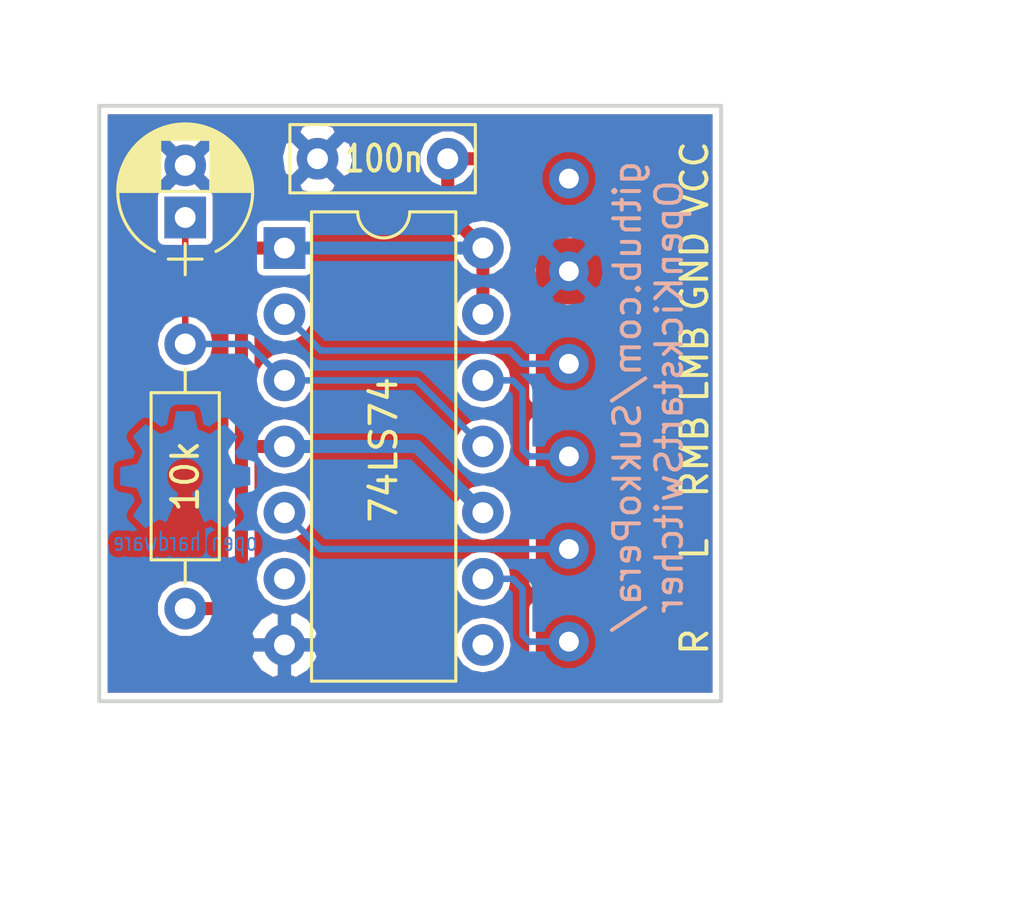
<source format=kicad_pcb>
(kicad_pcb (version 4) (host pcbnew 4.0.7)

  (general
    (links 23)
    (no_connects 0)
    (area 123.114999 96.698999 147.141001 119.709001)
    (thickness 1.6)
    (drawings 13)
    (tracks 41)
    (zones 0)
    (modules 8)
    (nets 8)
  )

  (page A4)
  (layers
    (0 F.Cu signal)
    (31 B.Cu signal)
    (36 B.SilkS user)
    (37 F.SilkS user)
    (38 B.Mask user)
    (39 F.Mask user)
    (44 Edge.Cuts user)
    (49 F.Fab user)
  )

  (setup
    (last_trace_width 0.25)
    (trace_clearance 0.2)
    (zone_clearance 0.25)
    (zone_45_only no)
    (trace_min 0.2)
    (segment_width 0.2)
    (edge_width 0.15)
    (via_size 0.6)
    (via_drill 0.4)
    (via_min_size 0.4)
    (via_min_drill 0.3)
    (uvia_size 0.3)
    (uvia_drill 0.1)
    (uvias_allowed no)
    (uvia_min_size 0.2)
    (uvia_min_drill 0.1)
    (pcb_text_width 0.3)
    (pcb_text_size 1.5 1.5)
    (mod_edge_width 0.15)
    (mod_text_size 1 1)
    (mod_text_width 0.15)
    (pad_size 1.524 1.524)
    (pad_drill 0.762)
    (pad_to_mask_clearance 0)
    (aux_axis_origin 0 0)
    (grid_origin 123.19 119.634)
    (visible_elements FFFFFF7F)
    (pcbplotparams
      (layerselection 0x00030_80000001)
      (usegerberextensions false)
      (excludeedgelayer true)
      (linewidth 0.100000)
      (plotframeref false)
      (viasonmask false)
      (mode 1)
      (useauxorigin false)
      (hpglpennumber 1)
      (hpglpenspeed 20)
      (hpglpendiameter 15)
      (hpglpenoverlay 2)
      (psnegative false)
      (psa4output false)
      (plotreference true)
      (plotvalue true)
      (plotinvisibletext false)
      (padsonsilk false)
      (subtractmaskfromsilk false)
      (outputformat 1)
      (mirror false)
      (drillshape 1)
      (scaleselection 1)
      (outputdirectory ""))
  )

  (net 0 "")
  (net 1 "Net-(C1-Pad1)")
  (net 2 VCC)
  (net 3 GND)
  (net 4 "Net-(J1-Pad1)")
  (net 5 "Net-(J1-Pad2)")
  (net 6 "Net-(J2-Pad1)")
  (net 7 "Net-(J2-Pad2)")

  (net_class Default "This is the default net class."
    (clearance 0.2)
    (trace_width 0.25)
    (via_dia 0.6)
    (via_drill 0.4)
    (uvia_dia 0.3)
    (uvia_drill 0.1)
    (add_net "Net-(C1-Pad1)")
    (add_net "Net-(J1-Pad1)")
    (add_net "Net-(J1-Pad2)")
    (add_net "Net-(J2-Pad1)")
    (add_net "Net-(J2-Pad2)")
  )

  (net_class Power ""
    (clearance 0.2)
    (trace_width 0.5)
    (via_dia 0.8)
    (via_drill 0.6)
    (uvia_dia 0.3)
    (uvia_drill 0.1)
    (add_net GND)
    (add_net VCC)
  )

  (module Capacitors_THT:CP_Radial_D5.0mm_P2.00mm (layer F.Cu) (tedit 5A384B58) (tstamp 5A383A20)
    (at 126.492 101.06 90)
    (descr "CP, Radial series, Radial, pin pitch=2.00mm, , diameter=5mm, Electrolytic Capacitor")
    (tags "CP Radial series Radial pin pitch 2.00mm  diameter 5mm Electrolytic Capacitor")
    (path /5A38359F)
    (fp_text reference C1 (at 0.095 1.524 90) (layer F.SilkS) hide
      (effects (font (size 0.8 0.8) (thickness 0.15)))
    )
    (fp_text value 10u (at -2.191 -1.778 180) (layer F.Fab)
      (effects (font (size 1 1) (thickness 0.15)))
    )
    (fp_arc (start 1 0) (end -1.30558 -1.18) (angle 125.8) (layer F.SilkS) (width 0.12))
    (fp_arc (start 1 0) (end -1.30558 1.18) (angle -125.8) (layer F.SilkS) (width 0.12))
    (fp_arc (start 1 0) (end 3.30558 -1.18) (angle 54.2) (layer F.SilkS) (width 0.12))
    (fp_circle (center 1 0) (end 3.5 0) (layer F.Fab) (width 0.1))
    (fp_line (start -2.2 0) (end -1 0) (layer F.Fab) (width 0.1))
    (fp_line (start -1.6 -0.65) (end -1.6 0.65) (layer F.Fab) (width 0.1))
    (fp_line (start 1 -2.55) (end 1 2.55) (layer F.SilkS) (width 0.12))
    (fp_line (start 1.04 -2.55) (end 1.04 -0.98) (layer F.SilkS) (width 0.12))
    (fp_line (start 1.04 0.98) (end 1.04 2.55) (layer F.SilkS) (width 0.12))
    (fp_line (start 1.08 -2.549) (end 1.08 -0.98) (layer F.SilkS) (width 0.12))
    (fp_line (start 1.08 0.98) (end 1.08 2.549) (layer F.SilkS) (width 0.12))
    (fp_line (start 1.12 -2.548) (end 1.12 -0.98) (layer F.SilkS) (width 0.12))
    (fp_line (start 1.12 0.98) (end 1.12 2.548) (layer F.SilkS) (width 0.12))
    (fp_line (start 1.16 -2.546) (end 1.16 -0.98) (layer F.SilkS) (width 0.12))
    (fp_line (start 1.16 0.98) (end 1.16 2.546) (layer F.SilkS) (width 0.12))
    (fp_line (start 1.2 -2.543) (end 1.2 -0.98) (layer F.SilkS) (width 0.12))
    (fp_line (start 1.2 0.98) (end 1.2 2.543) (layer F.SilkS) (width 0.12))
    (fp_line (start 1.24 -2.539) (end 1.24 -0.98) (layer F.SilkS) (width 0.12))
    (fp_line (start 1.24 0.98) (end 1.24 2.539) (layer F.SilkS) (width 0.12))
    (fp_line (start 1.28 -2.535) (end 1.28 -0.98) (layer F.SilkS) (width 0.12))
    (fp_line (start 1.28 0.98) (end 1.28 2.535) (layer F.SilkS) (width 0.12))
    (fp_line (start 1.32 -2.531) (end 1.32 -0.98) (layer F.SilkS) (width 0.12))
    (fp_line (start 1.32 0.98) (end 1.32 2.531) (layer F.SilkS) (width 0.12))
    (fp_line (start 1.36 -2.525) (end 1.36 -0.98) (layer F.SilkS) (width 0.12))
    (fp_line (start 1.36 0.98) (end 1.36 2.525) (layer F.SilkS) (width 0.12))
    (fp_line (start 1.4 -2.519) (end 1.4 -0.98) (layer F.SilkS) (width 0.12))
    (fp_line (start 1.4 0.98) (end 1.4 2.519) (layer F.SilkS) (width 0.12))
    (fp_line (start 1.44 -2.513) (end 1.44 -0.98) (layer F.SilkS) (width 0.12))
    (fp_line (start 1.44 0.98) (end 1.44 2.513) (layer F.SilkS) (width 0.12))
    (fp_line (start 1.48 -2.506) (end 1.48 -0.98) (layer F.SilkS) (width 0.12))
    (fp_line (start 1.48 0.98) (end 1.48 2.506) (layer F.SilkS) (width 0.12))
    (fp_line (start 1.52 -2.498) (end 1.52 -0.98) (layer F.SilkS) (width 0.12))
    (fp_line (start 1.52 0.98) (end 1.52 2.498) (layer F.SilkS) (width 0.12))
    (fp_line (start 1.56 -2.489) (end 1.56 -0.98) (layer F.SilkS) (width 0.12))
    (fp_line (start 1.56 0.98) (end 1.56 2.489) (layer F.SilkS) (width 0.12))
    (fp_line (start 1.6 -2.48) (end 1.6 -0.98) (layer F.SilkS) (width 0.12))
    (fp_line (start 1.6 0.98) (end 1.6 2.48) (layer F.SilkS) (width 0.12))
    (fp_line (start 1.64 -2.47) (end 1.64 -0.98) (layer F.SilkS) (width 0.12))
    (fp_line (start 1.64 0.98) (end 1.64 2.47) (layer F.SilkS) (width 0.12))
    (fp_line (start 1.68 -2.46) (end 1.68 -0.98) (layer F.SilkS) (width 0.12))
    (fp_line (start 1.68 0.98) (end 1.68 2.46) (layer F.SilkS) (width 0.12))
    (fp_line (start 1.721 -2.448) (end 1.721 -0.98) (layer F.SilkS) (width 0.12))
    (fp_line (start 1.721 0.98) (end 1.721 2.448) (layer F.SilkS) (width 0.12))
    (fp_line (start 1.761 -2.436) (end 1.761 -0.98) (layer F.SilkS) (width 0.12))
    (fp_line (start 1.761 0.98) (end 1.761 2.436) (layer F.SilkS) (width 0.12))
    (fp_line (start 1.801 -2.424) (end 1.801 -0.98) (layer F.SilkS) (width 0.12))
    (fp_line (start 1.801 0.98) (end 1.801 2.424) (layer F.SilkS) (width 0.12))
    (fp_line (start 1.841 -2.41) (end 1.841 -0.98) (layer F.SilkS) (width 0.12))
    (fp_line (start 1.841 0.98) (end 1.841 2.41) (layer F.SilkS) (width 0.12))
    (fp_line (start 1.881 -2.396) (end 1.881 -0.98) (layer F.SilkS) (width 0.12))
    (fp_line (start 1.881 0.98) (end 1.881 2.396) (layer F.SilkS) (width 0.12))
    (fp_line (start 1.921 -2.382) (end 1.921 -0.98) (layer F.SilkS) (width 0.12))
    (fp_line (start 1.921 0.98) (end 1.921 2.382) (layer F.SilkS) (width 0.12))
    (fp_line (start 1.961 -2.366) (end 1.961 -0.98) (layer F.SilkS) (width 0.12))
    (fp_line (start 1.961 0.98) (end 1.961 2.366) (layer F.SilkS) (width 0.12))
    (fp_line (start 2.001 -2.35) (end 2.001 -0.98) (layer F.SilkS) (width 0.12))
    (fp_line (start 2.001 0.98) (end 2.001 2.35) (layer F.SilkS) (width 0.12))
    (fp_line (start 2.041 -2.333) (end 2.041 -0.98) (layer F.SilkS) (width 0.12))
    (fp_line (start 2.041 0.98) (end 2.041 2.333) (layer F.SilkS) (width 0.12))
    (fp_line (start 2.081 -2.315) (end 2.081 -0.98) (layer F.SilkS) (width 0.12))
    (fp_line (start 2.081 0.98) (end 2.081 2.315) (layer F.SilkS) (width 0.12))
    (fp_line (start 2.121 -2.296) (end 2.121 -0.98) (layer F.SilkS) (width 0.12))
    (fp_line (start 2.121 0.98) (end 2.121 2.296) (layer F.SilkS) (width 0.12))
    (fp_line (start 2.161 -2.276) (end 2.161 -0.98) (layer F.SilkS) (width 0.12))
    (fp_line (start 2.161 0.98) (end 2.161 2.276) (layer F.SilkS) (width 0.12))
    (fp_line (start 2.201 -2.256) (end 2.201 -0.98) (layer F.SilkS) (width 0.12))
    (fp_line (start 2.201 0.98) (end 2.201 2.256) (layer F.SilkS) (width 0.12))
    (fp_line (start 2.241 -2.234) (end 2.241 -0.98) (layer F.SilkS) (width 0.12))
    (fp_line (start 2.241 0.98) (end 2.241 2.234) (layer F.SilkS) (width 0.12))
    (fp_line (start 2.281 -2.212) (end 2.281 -0.98) (layer F.SilkS) (width 0.12))
    (fp_line (start 2.281 0.98) (end 2.281 2.212) (layer F.SilkS) (width 0.12))
    (fp_line (start 2.321 -2.189) (end 2.321 -0.98) (layer F.SilkS) (width 0.12))
    (fp_line (start 2.321 0.98) (end 2.321 2.189) (layer F.SilkS) (width 0.12))
    (fp_line (start 2.361 -2.165) (end 2.361 -0.98) (layer F.SilkS) (width 0.12))
    (fp_line (start 2.361 0.98) (end 2.361 2.165) (layer F.SilkS) (width 0.12))
    (fp_line (start 2.401 -2.14) (end 2.401 -0.98) (layer F.SilkS) (width 0.12))
    (fp_line (start 2.401 0.98) (end 2.401 2.14) (layer F.SilkS) (width 0.12))
    (fp_line (start 2.441 -2.113) (end 2.441 -0.98) (layer F.SilkS) (width 0.12))
    (fp_line (start 2.441 0.98) (end 2.441 2.113) (layer F.SilkS) (width 0.12))
    (fp_line (start 2.481 -2.086) (end 2.481 -0.98) (layer F.SilkS) (width 0.12))
    (fp_line (start 2.481 0.98) (end 2.481 2.086) (layer F.SilkS) (width 0.12))
    (fp_line (start 2.521 -2.058) (end 2.521 -0.98) (layer F.SilkS) (width 0.12))
    (fp_line (start 2.521 0.98) (end 2.521 2.058) (layer F.SilkS) (width 0.12))
    (fp_line (start 2.561 -2.028) (end 2.561 -0.98) (layer F.SilkS) (width 0.12))
    (fp_line (start 2.561 0.98) (end 2.561 2.028) (layer F.SilkS) (width 0.12))
    (fp_line (start 2.601 -1.997) (end 2.601 -0.98) (layer F.SilkS) (width 0.12))
    (fp_line (start 2.601 0.98) (end 2.601 1.997) (layer F.SilkS) (width 0.12))
    (fp_line (start 2.641 -1.965) (end 2.641 -0.98) (layer F.SilkS) (width 0.12))
    (fp_line (start 2.641 0.98) (end 2.641 1.965) (layer F.SilkS) (width 0.12))
    (fp_line (start 2.681 -1.932) (end 2.681 -0.98) (layer F.SilkS) (width 0.12))
    (fp_line (start 2.681 0.98) (end 2.681 1.932) (layer F.SilkS) (width 0.12))
    (fp_line (start 2.721 -1.897) (end 2.721 -0.98) (layer F.SilkS) (width 0.12))
    (fp_line (start 2.721 0.98) (end 2.721 1.897) (layer F.SilkS) (width 0.12))
    (fp_line (start 2.761 -1.861) (end 2.761 -0.98) (layer F.SilkS) (width 0.12))
    (fp_line (start 2.761 0.98) (end 2.761 1.861) (layer F.SilkS) (width 0.12))
    (fp_line (start 2.801 -1.823) (end 2.801 -0.98) (layer F.SilkS) (width 0.12))
    (fp_line (start 2.801 0.98) (end 2.801 1.823) (layer F.SilkS) (width 0.12))
    (fp_line (start 2.841 -1.783) (end 2.841 -0.98) (layer F.SilkS) (width 0.12))
    (fp_line (start 2.841 0.98) (end 2.841 1.783) (layer F.SilkS) (width 0.12))
    (fp_line (start 2.881 -1.742) (end 2.881 -0.98) (layer F.SilkS) (width 0.12))
    (fp_line (start 2.881 0.98) (end 2.881 1.742) (layer F.SilkS) (width 0.12))
    (fp_line (start 2.921 -1.699) (end 2.921 -0.98) (layer F.SilkS) (width 0.12))
    (fp_line (start 2.921 0.98) (end 2.921 1.699) (layer F.SilkS) (width 0.12))
    (fp_line (start 2.961 -1.654) (end 2.961 -0.98) (layer F.SilkS) (width 0.12))
    (fp_line (start 2.961 0.98) (end 2.961 1.654) (layer F.SilkS) (width 0.12))
    (fp_line (start 3.001 -1.606) (end 3.001 1.606) (layer F.SilkS) (width 0.12))
    (fp_line (start 3.041 -1.556) (end 3.041 1.556) (layer F.SilkS) (width 0.12))
    (fp_line (start 3.081 -1.504) (end 3.081 1.504) (layer F.SilkS) (width 0.12))
    (fp_line (start 3.121 -1.448) (end 3.121 1.448) (layer F.SilkS) (width 0.12))
    (fp_line (start 3.161 -1.39) (end 3.161 1.39) (layer F.SilkS) (width 0.12))
    (fp_line (start 3.201 -1.327) (end 3.201 1.327) (layer F.SilkS) (width 0.12))
    (fp_line (start 3.241 -1.261) (end 3.241 1.261) (layer F.SilkS) (width 0.12))
    (fp_line (start 3.281 -1.189) (end 3.281 1.189) (layer F.SilkS) (width 0.12))
    (fp_line (start 3.321 -1.112) (end 3.321 1.112) (layer F.SilkS) (width 0.12))
    (fp_line (start 3.361 -1.028) (end 3.361 1.028) (layer F.SilkS) (width 0.12))
    (fp_line (start 3.401 -0.934) (end 3.401 0.934) (layer F.SilkS) (width 0.12))
    (fp_line (start 3.441 -0.829) (end 3.441 0.829) (layer F.SilkS) (width 0.12))
    (fp_line (start 3.481 -0.707) (end 3.481 0.707) (layer F.SilkS) (width 0.12))
    (fp_line (start 3.521 -0.559) (end 3.521 0.559) (layer F.SilkS) (width 0.12))
    (fp_line (start 3.561 -0.354) (end 3.561 0.354) (layer F.SilkS) (width 0.12))
    (fp_line (start -2.2 0) (end -1 0) (layer F.SilkS) (width 0.12))
    (fp_line (start -1.6 -0.65) (end -1.6 0.65) (layer F.SilkS) (width 0.12))
    (fp_line (start -1.85 -2.85) (end -1.85 2.85) (layer F.CrtYd) (width 0.05))
    (fp_line (start -1.85 2.85) (end 3.85 2.85) (layer F.CrtYd) (width 0.05))
    (fp_line (start 3.85 2.85) (end 3.85 -2.85) (layer F.CrtYd) (width 0.05))
    (fp_line (start 3.85 -2.85) (end -1.85 -2.85) (layer F.CrtYd) (width 0.05))
    (fp_text user %R (at 1 0 90) (layer F.Fab) hide
      (effects (font (size 1 1) (thickness 0.15)))
    )
    (pad 1 thru_hole rect (at 0 0 90) (size 1.6 1.6) (drill 0.8) (layers *.Cu *.Mask)
      (net 1 "Net-(C1-Pad1)"))
    (pad 2 thru_hole circle (at 2 0 90) (size 1.6 1.6) (drill 0.8) (layers *.Cu *.Mask)
      (net 3 GND))
    (model ${KISYS3DMOD}/Capacitors_THT.3dshapes/CP_Radial_D5.0mm_P2.00mm.wrl
      (at (xyz 0 0 0))
      (scale (xyz 1 1 1))
      (rotate (xyz 0 0 0))
    )
  )

  (module Capacitors_THT:C_Disc_D7.0mm_W2.5mm_P5.00mm (layer F.Cu) (tedit 5A384B4D) (tstamp 5A383A26)
    (at 136.572 98.806 180)
    (descr "C, Disc series, Radial, pin pitch=5.00mm, , diameter*width=7*2.5mm^2, Capacitor, http://cdn-reichelt.de/documents/datenblatt/B300/DS_KERKO_TC.pdf")
    (tags "C Disc series Radial pin pitch 5.00mm  diameter 7mm width 2.5mm Capacitor")
    (path /5A38466D)
    (fp_text reference C2 (at 2.46 0 180) (layer F.SilkS) hide
      (effects (font (size 1 1) (thickness 0.15)))
    )
    (fp_text value 100n (at 2.46 0 180) (layer F.SilkS)
      (effects (font (size 1 0.8) (thickness 0.15)))
    )
    (fp_line (start -1 -1.25) (end -1 1.25) (layer F.Fab) (width 0.1))
    (fp_line (start -1 1.25) (end 6 1.25) (layer F.Fab) (width 0.1))
    (fp_line (start 6 1.25) (end 6 -1.25) (layer F.Fab) (width 0.1))
    (fp_line (start 6 -1.25) (end -1 -1.25) (layer F.Fab) (width 0.1))
    (fp_line (start -1.06 -1.31) (end 6.06 -1.31) (layer F.SilkS) (width 0.12))
    (fp_line (start -1.06 1.31) (end 6.06 1.31) (layer F.SilkS) (width 0.12))
    (fp_line (start -1.06 -1.31) (end -1.06 1.31) (layer F.SilkS) (width 0.12))
    (fp_line (start 6.06 -1.31) (end 6.06 1.31) (layer F.SilkS) (width 0.12))
    (fp_line (start -1.35 -1.6) (end -1.35 1.6) (layer F.CrtYd) (width 0.05))
    (fp_line (start -1.35 1.6) (end 6.35 1.6) (layer F.CrtYd) (width 0.05))
    (fp_line (start 6.35 1.6) (end 6.35 -1.6) (layer F.CrtYd) (width 0.05))
    (fp_line (start 6.35 -1.6) (end -1.35 -1.6) (layer F.CrtYd) (width 0.05))
    (fp_text user %R (at 2.5 0 180) (layer F.Fab) hide
      (effects (font (size 1 1) (thickness 0.15)))
    )
    (pad 1 thru_hole circle (at 0 0 180) (size 1.6 1.6) (drill 0.8) (layers *.Cu *.Mask)
      (net 2 VCC))
    (pad 2 thru_hole circle (at 5 0 180) (size 1.6 1.6) (drill 0.8) (layers *.Cu *.Mask)
      (net 3 GND))
    (model ${KISYS3DMOD}/Capacitors_THT.3dshapes/C_Disc_D7.0mm_W2.5mm_P5.00mm.wrl
      (at (xyz 0 0 0))
      (scale (xyz 1 1 1))
      (rotate (xyz 0 0 0))
    )
  )

  (module Resistors_THT:R_Axial_DIN0207_L6.3mm_D2.5mm_P10.16mm_Horizontal (layer F.Cu) (tedit 5A38431C) (tstamp 5A383A3E)
    (at 126.492 116.078 90)
    (descr "Resistor, Axial_DIN0207 series, Axial, Horizontal, pin pitch=10.16mm, 0.25W = 1/4W, length*diameter=6.3*2.5mm^2, http://cdn-reichelt.de/documents/datenblatt/B400/1_4W%23YAG.pdf")
    (tags "Resistor Axial_DIN0207 series Axial Horizontal pin pitch 10.16mm 0.25W = 1/4W length 6.3mm diameter 2.5mm")
    (path /5A3835EC)
    (fp_text reference R1 (at 5.08 0 90) (layer F.SilkS) hide
      (effects (font (size 1 1) (thickness 0.15)))
    )
    (fp_text value 10k (at 5.08 0 90) (layer F.SilkS)
      (effects (font (size 1 1) (thickness 0.15)))
    )
    (fp_line (start 1.93 -1.25) (end 1.93 1.25) (layer F.Fab) (width 0.1))
    (fp_line (start 1.93 1.25) (end 8.23 1.25) (layer F.Fab) (width 0.1))
    (fp_line (start 8.23 1.25) (end 8.23 -1.25) (layer F.Fab) (width 0.1))
    (fp_line (start 8.23 -1.25) (end 1.93 -1.25) (layer F.Fab) (width 0.1))
    (fp_line (start 0 0) (end 1.93 0) (layer F.Fab) (width 0.1))
    (fp_line (start 10.16 0) (end 8.23 0) (layer F.Fab) (width 0.1))
    (fp_line (start 1.87 -1.31) (end 1.87 1.31) (layer F.SilkS) (width 0.12))
    (fp_line (start 1.87 1.31) (end 8.29 1.31) (layer F.SilkS) (width 0.12))
    (fp_line (start 8.29 1.31) (end 8.29 -1.31) (layer F.SilkS) (width 0.12))
    (fp_line (start 8.29 -1.31) (end 1.87 -1.31) (layer F.SilkS) (width 0.12))
    (fp_line (start 0.98 0) (end 1.87 0) (layer F.SilkS) (width 0.12))
    (fp_line (start 9.18 0) (end 8.29 0) (layer F.SilkS) (width 0.12))
    (fp_line (start -1.05 -1.6) (end -1.05 1.6) (layer F.CrtYd) (width 0.05))
    (fp_line (start -1.05 1.6) (end 11.25 1.6) (layer F.CrtYd) (width 0.05))
    (fp_line (start 11.25 1.6) (end 11.25 -1.6) (layer F.CrtYd) (width 0.05))
    (fp_line (start 11.25 -1.6) (end -1.05 -1.6) (layer F.CrtYd) (width 0.05))
    (pad 1 thru_hole circle (at 0 0 90) (size 1.6 1.6) (drill 0.8) (layers *.Cu *.Mask)
      (net 2 VCC))
    (pad 2 thru_hole oval (at 10.16 0 90) (size 1.6 1.6) (drill 0.8) (layers *.Cu *.Mask)
      (net 1 "Net-(C1-Pad1)"))
    (model ${KISYS3DMOD}/Resistors_THT.3dshapes/R_Axial_DIN0207_L6.3mm_D2.5mm_P10.16mm_Horizontal.wrl
      (at (xyz 0 0 0))
      (scale (xyz 0.393701 0.393701 0.393701))
      (rotate (xyz 0 0 0))
    )
  )

  (module Housings_DIP:DIP-14_W7.62mm (layer F.Cu) (tedit 5A384297) (tstamp 5A383A50)
    (at 130.302 102.235)
    (descr "14-lead dip package, row spacing 7.62 mm (300 mils)")
    (tags "DIL DIP PDIP 2.54mm 7.62mm 300mil")
    (path /5A383685)
    (fp_text reference U1 (at 3.81 7.62) (layer F.SilkS) hide
      (effects (font (size 1 1) (thickness 0.15)))
    )
    (fp_text value 74LS74 (at 3.81 7.747 90) (layer F.SilkS)
      (effects (font (size 1 1) (thickness 0.15)))
    )
    (fp_text user %R (at 3.81 7.62) (layer F.Fab)
      (effects (font (size 1 1) (thickness 0.15)))
    )
    (fp_line (start 1.635 -1.27) (end 6.985 -1.27) (layer F.Fab) (width 0.1))
    (fp_line (start 6.985 -1.27) (end 6.985 16.51) (layer F.Fab) (width 0.1))
    (fp_line (start 6.985 16.51) (end 0.635 16.51) (layer F.Fab) (width 0.1))
    (fp_line (start 0.635 16.51) (end 0.635 -0.27) (layer F.Fab) (width 0.1))
    (fp_line (start 0.635 -0.27) (end 1.635 -1.27) (layer F.Fab) (width 0.1))
    (fp_line (start 2.81 -1.39) (end 1.04 -1.39) (layer F.SilkS) (width 0.12))
    (fp_line (start 1.04 -1.39) (end 1.04 16.63) (layer F.SilkS) (width 0.12))
    (fp_line (start 1.04 16.63) (end 6.58 16.63) (layer F.SilkS) (width 0.12))
    (fp_line (start 6.58 16.63) (end 6.58 -1.39) (layer F.SilkS) (width 0.12))
    (fp_line (start 6.58 -1.39) (end 4.81 -1.39) (layer F.SilkS) (width 0.12))
    (fp_line (start -1.1 -1.6) (end -1.1 16.8) (layer F.CrtYd) (width 0.05))
    (fp_line (start -1.1 16.8) (end 8.7 16.8) (layer F.CrtYd) (width 0.05))
    (fp_line (start 8.7 16.8) (end 8.7 -1.6) (layer F.CrtYd) (width 0.05))
    (fp_line (start 8.7 -1.6) (end -1.1 -1.6) (layer F.CrtYd) (width 0.05))
    (fp_arc (start 3.81 -1.39) (end 2.81 -1.39) (angle -180) (layer F.SilkS) (width 0.12))
    (pad 1 thru_hole rect (at 0 0) (size 1.6 1.6) (drill 0.8) (layers *.Cu *.Mask)
      (net 2 VCC))
    (pad 8 thru_hole oval (at 7.62 15.24) (size 1.6 1.6) (drill 0.8) (layers *.Cu *.Mask))
    (pad 2 thru_hole oval (at 0 2.54) (size 1.6 1.6) (drill 0.8) (layers *.Cu *.Mask)
      (net 4 "Net-(J1-Pad1)"))
    (pad 9 thru_hole oval (at 7.62 12.7) (size 1.6 1.6) (drill 0.8) (layers *.Cu *.Mask)
      (net 7 "Net-(J2-Pad2)"))
    (pad 3 thru_hole oval (at 0 5.08) (size 1.6 1.6) (drill 0.8) (layers *.Cu *.Mask)
      (net 1 "Net-(C1-Pad1)"))
    (pad 10 thru_hole oval (at 7.62 10.16) (size 1.6 1.6) (drill 0.8) (layers *.Cu *.Mask)
      (net 2 VCC))
    (pad 4 thru_hole oval (at 0 7.62) (size 1.6 1.6) (drill 0.8) (layers *.Cu *.Mask)
      (net 2 VCC))
    (pad 11 thru_hole oval (at 7.62 7.62) (size 1.6 1.6) (drill 0.8) (layers *.Cu *.Mask)
      (net 1 "Net-(C1-Pad1)"))
    (pad 5 thru_hole oval (at 0 10.16) (size 1.6 1.6) (drill 0.8) (layers *.Cu *.Mask)
      (net 6 "Net-(J2-Pad1)"))
    (pad 12 thru_hole oval (at 7.62 5.08) (size 1.6 1.6) (drill 0.8) (layers *.Cu *.Mask)
      (net 5 "Net-(J1-Pad2)"))
    (pad 6 thru_hole oval (at 0 12.7) (size 1.6 1.6) (drill 0.8) (layers *.Cu *.Mask))
    (pad 13 thru_hole oval (at 7.62 2.54) (size 1.6 1.6) (drill 0.8) (layers *.Cu *.Mask)
      (net 2 VCC))
    (pad 7 thru_hole oval (at 0 15.24) (size 1.6 1.6) (drill 0.8) (layers *.Cu *.Mask)
      (net 3 GND))
    (pad 14 thru_hole oval (at 7.62 0) (size 1.6 1.6) (drill 0.8) (layers *.Cu *.Mask)
      (net 2 VCC))
    (model ${KISYS3DMOD}/Housings_DIP.3dshapes/DIP-14_W7.62mm.wrl
      (at (xyz 0 0 0))
      (scale (xyz 1 1 1))
      (rotate (xyz 0 0 0))
    )
  )

  (module OpenAmigaMouseTrigger:LoosePads-2 (layer F.Cu) (tedit 5A38425B) (tstamp 5A383EBD)
    (at 142.494 101.346 90)
    (path /5A384B18)
    (fp_text reference J3 (at 0 3.556 90) (layer F.SilkS) hide
      (effects (font (size 1 1) (thickness 0.15)))
    )
    (fp_text value POWER (at 0 -3.556 90) (layer F.Fab) hide
      (effects (font (size 1 1) (thickness 0.15)))
    )
    (pad 2 smd rect (at -1.778 0 180) (size 5.08 2.54) (layers F.Cu F.Mask)
      (net 3 GND))
    (pad 1 smd rect (at 1.778 0 180) (size 5.08 2.54) (layers F.Cu F.Mask)
      (net 2 VCC))
    (pad 2 thru_hole circle (at -1.778 -1.27 90) (size 1.524 1.524) (drill 0.762) (layers *.Cu *.Mask)
      (net 3 GND))
    (pad 1 thru_hole circle (at 1.778 -1.27 90) (size 1.524 1.524) (drill 0.762) (layers *.Cu *.Mask)
      (net 2 VCC))
  )

  (module OpenAmigaMouseTrigger:LoosePads-2 (layer F.Cu) (tedit 5A384262) (tstamp 5A383EB6)
    (at 142.494 115.57 90)
    (path /5A384008)
    (fp_text reference J2 (at 0 3.556 90) (layer F.SilkS) hide
      (effects (font (size 1 1) (thickness 0.15)))
    )
    (fp_text value OUTPUT (at 0 -3.556 90) (layer F.Fab) hide
      (effects (font (size 1 1) (thickness 0.15)))
    )
    (pad 2 smd rect (at -1.778 0 180) (size 5.08 2.54) (layers F.Cu F.Mask)
      (net 7 "Net-(J2-Pad2)"))
    (pad 1 smd rect (at 1.778 0 180) (size 5.08 2.54) (layers F.Cu F.Mask)
      (net 6 "Net-(J2-Pad1)"))
    (pad 2 thru_hole circle (at -1.778 -1.27 90) (size 1.524 1.524) (drill 0.762) (layers *.Cu *.Mask)
      (net 7 "Net-(J2-Pad2)"))
    (pad 1 thru_hole circle (at 1.778 -1.27 90) (size 1.524 1.524) (drill 0.762) (layers *.Cu *.Mask)
      (net 6 "Net-(J2-Pad1)"))
  )

  (module OpenAmigaMouseTrigger:LoosePads-2 (layer F.Cu) (tedit 5A38425E) (tstamp 5A383EAF)
    (at 142.494 108.458 90)
    (path /5A383421)
    (fp_text reference J1 (at 0 3.556 90) (layer F.SilkS) hide
      (effects (font (size 1 1) (thickness 0.15)))
    )
    (fp_text value AMIGA_SIGNALS (at 0 -3.556 90) (layer F.Fab) hide
      (effects (font (size 1 1) (thickness 0.15)))
    )
    (pad 2 smd rect (at -1.778 0 180) (size 5.08 2.54) (layers F.Cu F.Mask)
      (net 5 "Net-(J1-Pad2)"))
    (pad 1 smd rect (at 1.778 0 180) (size 5.08 2.54) (layers F.Cu F.Mask)
      (net 4 "Net-(J1-Pad1)"))
    (pad 2 thru_hole circle (at -1.778 -1.27 90) (size 1.524 1.524) (drill 0.762) (layers *.Cu *.Mask)
      (net 5 "Net-(J1-Pad2)"))
    (pad 1 thru_hole circle (at 1.778 -1.27 90) (size 1.524 1.524) (drill 0.762) (layers *.Cu *.Mask)
      (net 4 "Net-(J1-Pad1)"))
  )

  (module w_logo:Logo_copper_OSHW_6x6mm (layer B.Cu) (tedit 0) (tstamp 5A38498F)
    (at 126.492 110.744 180)
    (descr "Open Hardware Logo, 6x6mm")
    (path /5A385941)
    (fp_text reference J99 (at 0 0 180) (layer B.SilkS) hide
      (effects (font (size 0.22606 0.22606) (thickness 0.04318)) (justify mirror))
    )
    (fp_text value OSHW_LOGO (at 0 -0.3 180) (layer B.SilkS) hide
      (effects (font (size 0.22606 0.22606) (thickness 0.04318)) (justify mirror))
    )
    (fp_line (start 2.16 -2.62) (end 2.16 -3.08) (layer B.Cu) (width 0.075))
    (fp_line (start 2.25 -2.62) (end 2.3 -2.62) (layer B.Cu) (width 0.075))
    (fp_line (start 2.2 -2.65) (end 2.25 -2.62) (layer B.Cu) (width 0.075))
    (fp_line (start 2.18 -2.67) (end 2.2 -2.65) (layer B.Cu) (width 0.075))
    (fp_line (start 2.16 -2.74) (end 2.18 -2.67) (layer B.Cu) (width 0.075))
    (fp_line (start 2.6 -3.08) (end 2.65 -3.05) (layer B.Cu) (width 0.075))
    (fp_line (start 2.5 -3.08) (end 2.6 -3.08) (layer B.Cu) (width 0.075))
    (fp_line (start 2.46 -3.05) (end 2.5 -3.08) (layer B.Cu) (width 0.075))
    (fp_line (start 2.44 -2.98) (end 2.46 -3.05) (layer B.Cu) (width 0.075))
    (fp_line (start 2.44 -2.71) (end 2.44 -2.98) (layer B.Cu) (width 0.075))
    (fp_line (start 2.47 -2.65) (end 2.44 -2.71) (layer B.Cu) (width 0.075))
    (fp_line (start 2.51 -2.62) (end 2.47 -2.65) (layer B.Cu) (width 0.075))
    (fp_line (start 2.61 -2.62) (end 2.51 -2.62) (layer B.Cu) (width 0.075))
    (fp_line (start 2.65 -2.66) (end 2.61 -2.62) (layer B.Cu) (width 0.075))
    (fp_line (start 2.67 -2.73) (end 2.65 -2.66) (layer B.Cu) (width 0.075))
    (fp_line (start 2.67 -2.85) (end 2.67 -2.73) (layer B.Cu) (width 0.075))
    (fp_line (start 2.67 -2.85) (end 2.44 -2.85) (layer B.Cu) (width 0.075))
    (fp_line (start 1.92 -2.71) (end 1.92 -3.08) (layer B.Cu) (width 0.075))
    (fp_line (start 1.89 -2.65) (end 1.92 -2.71) (layer B.Cu) (width 0.075))
    (fp_line (start 1.85 -2.62) (end 1.89 -2.65) (layer B.Cu) (width 0.075))
    (fp_line (start 1.75 -2.62) (end 1.85 -2.62) (layer B.Cu) (width 0.075))
    (fp_line (start 1.7 -2.65) (end 1.75 -2.62) (layer B.Cu) (width 0.075))
    (fp_line (start 1.76 -2.81) (end 1.71 -2.84) (layer B.Cu) (width 0.075))
    (fp_line (start 1.88 -2.81) (end 1.76 -2.81) (layer B.Cu) (width 0.075))
    (fp_line (start 1.92 -2.78) (end 1.88 -2.81) (layer B.Cu) (width 0.075))
    (fp_line (start 1.87 -3.08) (end 1.92 -3.04) (layer B.Cu) (width 0.075))
    (fp_line (start 1.75 -3.08) (end 1.87 -3.08) (layer B.Cu) (width 0.075))
    (fp_line (start 1.7 -3.04) (end 1.75 -3.08) (layer B.Cu) (width 0.075))
    (fp_line (start 1.68 -2.98) (end 1.7 -3.04) (layer B.Cu) (width 0.075))
    (fp_line (start 1.68 -2.91) (end 1.68 -2.98) (layer B.Cu) (width 0.075))
    (fp_line (start 1.71 -2.84) (end 1.68 -2.91) (layer B.Cu) (width 0.075))
    (fp_line (start 1.13 -2.62) (end 1.23 -3.08) (layer B.Cu) (width 0.075))
    (fp_line (start 1.23 -3.08) (end 1.32 -2.74) (layer B.Cu) (width 0.075))
    (fp_line (start 1.32 -2.74) (end 1.42 -3.08) (layer B.Cu) (width 0.075))
    (fp_line (start 1.42 -3.08) (end 1.52 -2.62) (layer B.Cu) (width 0.075))
    (fp_line (start 0.94 -3.05) (end 0.9 -3.08) (layer B.Cu) (width 0.075))
    (fp_line (start 0.9 -3.08) (end 0.79 -3.08) (layer B.Cu) (width 0.075))
    (fp_line (start 0.79 -3.08) (end 0.75 -3.05) (layer B.Cu) (width 0.075))
    (fp_line (start 0.75 -3.05) (end 0.73 -3.02) (layer B.Cu) (width 0.075))
    (fp_line (start 0.73 -3.02) (end 0.7 -2.95) (layer B.Cu) (width 0.075))
    (fp_line (start 0.7 -2.95) (end 0.7 -2.75) (layer B.Cu) (width 0.075))
    (fp_line (start 0.7 -2.75) (end 0.73 -2.68) (layer B.Cu) (width 0.075))
    (fp_line (start 0.73 -2.68) (end 0.75 -2.65) (layer B.Cu) (width 0.075))
    (fp_line (start 0.75 -2.65) (end 0.81 -2.61) (layer B.Cu) (width 0.075))
    (fp_line (start 0.81 -2.61) (end 0.88 -2.61) (layer B.Cu) (width 0.075))
    (fp_line (start 0.88 -2.61) (end 0.94 -2.65) (layer B.Cu) (width 0.075))
    (fp_line (start 0.94 -2.38) (end 0.94 -3.08) (layer B.Cu) (width 0.075))
    (fp_line (start 0.42 -2.74) (end 0.44 -2.67) (layer B.Cu) (width 0.075))
    (fp_line (start 0.44 -2.67) (end 0.46 -2.65) (layer B.Cu) (width 0.075))
    (fp_line (start 0.46 -2.65) (end 0.51 -2.62) (layer B.Cu) (width 0.075))
    (fp_line (start 0.51 -2.62) (end 0.56 -2.62) (layer B.Cu) (width 0.075))
    (fp_line (start 0.42 -2.62) (end 0.42 -3.08) (layer B.Cu) (width 0.075))
    (fp_line (start -0.03 -2.84) (end -0.06 -2.91) (layer B.Cu) (width 0.075))
    (fp_line (start -0.06 -2.91) (end -0.06 -2.98) (layer B.Cu) (width 0.075))
    (fp_line (start -0.06 -2.98) (end -0.04 -3.04) (layer B.Cu) (width 0.075))
    (fp_line (start -0.04 -3.04) (end 0.01 -3.08) (layer B.Cu) (width 0.075))
    (fp_line (start 0.01 -3.08) (end 0.13 -3.08) (layer B.Cu) (width 0.075))
    (fp_line (start 0.13 -3.08) (end 0.18 -3.04) (layer B.Cu) (width 0.075))
    (fp_line (start 0.18 -2.78) (end 0.14 -2.81) (layer B.Cu) (width 0.075))
    (fp_line (start 0.14 -2.81) (end 0.02 -2.81) (layer B.Cu) (width 0.075))
    (fp_line (start 0.02 -2.81) (end -0.03 -2.84) (layer B.Cu) (width 0.075))
    (fp_line (start -0.04 -2.65) (end 0.01 -2.62) (layer B.Cu) (width 0.075))
    (fp_line (start 0.01 -2.62) (end 0.11 -2.62) (layer B.Cu) (width 0.075))
    (fp_line (start 0.11 -2.62) (end 0.15 -2.65) (layer B.Cu) (width 0.075))
    (fp_line (start 0.15 -2.65) (end 0.18 -2.71) (layer B.Cu) (width 0.075))
    (fp_line (start 0.18 -2.71) (end 0.18 -3.08) (layer B.Cu) (width 0.075))
    (fp_line (start -0.49 -2.69) (end -0.47 -2.65) (layer B.Cu) (width 0.075))
    (fp_line (start -0.47 -2.65) (end -0.42 -2.62) (layer B.Cu) (width 0.075))
    (fp_line (start -0.42 -2.62) (end -0.34 -2.62) (layer B.Cu) (width 0.075))
    (fp_line (start -0.34 -2.62) (end -0.3 -2.65) (layer B.Cu) (width 0.075))
    (fp_line (start -0.3 -2.65) (end -0.28 -2.71) (layer B.Cu) (width 0.075))
    (fp_line (start -0.28 -2.71) (end -0.28 -3.08) (layer B.Cu) (width 0.075))
    (fp_line (start -0.49 -2.38) (end -0.49 -3.08) (layer B.Cu) (width 0.075))
    (fp_line (start -1.54 -2.85) (end -1.77 -2.85) (layer B.Cu) (width 0.075))
    (fp_line (start -1.32 -2.68) (end -1.3 -2.65) (layer B.Cu) (width 0.075))
    (fp_line (start -1.3 -2.65) (end -1.26 -2.62) (layer B.Cu) (width 0.075))
    (fp_line (start -1.26 -2.62) (end -1.17 -2.62) (layer B.Cu) (width 0.075))
    (fp_line (start -1.17 -2.62) (end -1.13 -2.65) (layer B.Cu) (width 0.075))
    (fp_line (start -1.13 -2.65) (end -1.11 -2.71) (layer B.Cu) (width 0.075))
    (fp_line (start -1.11 -2.71) (end -1.11 -3.08) (layer B.Cu) (width 0.075))
    (fp_line (start -1.32 -2.62) (end -1.32 -3.08) (layer B.Cu) (width 0.075))
    (fp_line (start -1.54 -2.85) (end -1.54 -2.73) (layer B.Cu) (width 0.075))
    (fp_line (start -1.54 -2.73) (end -1.56 -2.66) (layer B.Cu) (width 0.075))
    (fp_line (start -1.56 -2.66) (end -1.6 -2.62) (layer B.Cu) (width 0.075))
    (fp_line (start -1.6 -2.62) (end -1.7 -2.62) (layer B.Cu) (width 0.075))
    (fp_line (start -1.7 -2.62) (end -1.74 -2.65) (layer B.Cu) (width 0.075))
    (fp_line (start -1.74 -2.65) (end -1.77 -2.71) (layer B.Cu) (width 0.075))
    (fp_line (start -1.77 -2.71) (end -1.77 -2.98) (layer B.Cu) (width 0.075))
    (fp_line (start -1.77 -2.98) (end -1.75 -3.05) (layer B.Cu) (width 0.075))
    (fp_line (start -1.75 -3.05) (end -1.71 -3.08) (layer B.Cu) (width 0.075))
    (fp_line (start -1.71 -3.08) (end -1.61 -3.08) (layer B.Cu) (width 0.075))
    (fp_line (start -1.61 -3.08) (end -1.56 -3.05) (layer B.Cu) (width 0.075))
    (fp_line (start -2.2 -2.65) (end -2.16 -2.62) (layer B.Cu) (width 0.075))
    (fp_line (start -2.16 -2.62) (end -2.06 -2.62) (layer B.Cu) (width 0.075))
    (fp_line (start -2.06 -2.62) (end -2.02 -2.65) (layer B.Cu) (width 0.075))
    (fp_line (start -2.02 -2.65) (end -1.99 -2.68) (layer B.Cu) (width 0.075))
    (fp_line (start -1.99 -2.68) (end -1.97 -2.74) (layer B.Cu) (width 0.075))
    (fp_line (start -1.97 -2.74) (end -1.97 -2.96) (layer B.Cu) (width 0.075))
    (fp_line (start -1.97 -2.96) (end -1.99 -3.02) (layer B.Cu) (width 0.075))
    (fp_line (start -1.99 -3.02) (end -2.01 -3.05) (layer B.Cu) (width 0.075))
    (fp_line (start -2.01 -3.05) (end -2.05 -3.08) (layer B.Cu) (width 0.075))
    (fp_line (start -2.05 -3.08) (end -2.15 -3.08) (layer B.Cu) (width 0.075))
    (fp_line (start -2.15 -3.08) (end -2.2 -3.05) (layer B.Cu) (width 0.075))
    (fp_line (start -2.2 -3.32) (end -2.2 -2.62) (layer B.Cu) (width 0.075))
    (fp_line (start -2.51 -2.62) (end -2.59 -2.62) (layer B.Cu) (width 0.075))
    (fp_line (start -2.59 -2.62) (end -2.63 -2.65) (layer B.Cu) (width 0.075))
    (fp_line (start -2.63 -2.65) (end -2.65 -2.68) (layer B.Cu) (width 0.075))
    (fp_line (start -2.65 -2.68) (end -2.68 -2.75) (layer B.Cu) (width 0.075))
    (fp_line (start -2.59 -3.08) (end -2.51 -3.08) (layer B.Cu) (width 0.075))
    (fp_line (start -2.51 -3.08) (end -2.46 -3.05) (layer B.Cu) (width 0.075))
    (fp_line (start -2.46 -3.05) (end -2.44 -3.02) (layer B.Cu) (width 0.075))
    (fp_line (start -2.44 -3.02) (end -2.42 -2.95) (layer B.Cu) (width 0.075))
    (fp_line (start -2.42 -2.95) (end -2.42 -2.75) (layer B.Cu) (width 0.075))
    (fp_line (start -2.42 -2.75) (end -2.44 -2.69) (layer B.Cu) (width 0.075))
    (fp_line (start -2.44 -2.69) (end -2.46 -2.66) (layer B.Cu) (width 0.075))
    (fp_line (start -2.46 -2.66) (end -2.51 -2.62) (layer B.Cu) (width 0.075))
    (fp_line (start -2.68 -2.75) (end -2.68 -2.95) (layer B.Cu) (width 0.075))
    (fp_line (start -2.68 -2.95) (end -2.66 -3.01) (layer B.Cu) (width 0.075))
    (fp_line (start -2.66 -3.01) (end -2.64 -3.04) (layer B.Cu) (width 0.075))
    (fp_line (start -2.64 -3.04) (end -2.59 -3.08) (layer B.Cu) (width 0.075))
    (fp_poly (pts (xy -1.51384 -2.24536) (xy -1.48844 -2.23012) (xy -1.43002 -2.19456) (xy -1.3462 -2.13868)
      (xy -1.24714 -2.07264) (xy -1.14808 -2.0066) (xy -1.0668 -1.95326) (xy -1.01092 -1.91516)
      (xy -0.98552 -1.90246) (xy -0.97282 -1.90754) (xy -0.9271 -1.9304) (xy -0.85852 -1.96596)
      (xy -0.81788 -1.98628) (xy -0.75692 -2.01168) (xy -0.7239 -2.0193) (xy -0.71882 -2.00914)
      (xy -0.69596 -1.96088) (xy -0.6604 -1.8796) (xy -0.61468 -1.77038) (xy -0.5588 -1.64338)
      (xy -0.50292 -1.50876) (xy -0.4445 -1.36906) (xy -0.38862 -1.23444) (xy -0.34036 -1.11506)
      (xy -0.29972 -1.01854) (xy -0.27432 -0.94996) (xy -0.26416 -0.92202) (xy -0.2667 -0.9144)
      (xy -0.29972 -0.88392) (xy -0.35306 -0.84328) (xy -0.47244 -0.74676) (xy -0.58928 -0.60198)
      (xy -0.6604 -0.43688) (xy -0.68326 -0.25146) (xy -0.66294 -0.08128) (xy -0.5969 0.08128)
      (xy -0.4826 0.2286) (xy -0.3429 0.33782) (xy -0.18034 0.4064) (xy 0 0.42926)
      (xy 0.17272 0.40894) (xy 0.34036 0.3429) (xy 0.48768 0.23114) (xy 0.55118 0.16002)
      (xy 0.63754 0.01016) (xy 0.6858 -0.14732) (xy 0.69088 -0.18796) (xy 0.68326 -0.36322)
      (xy 0.63246 -0.5334) (xy 0.53848 -0.68326) (xy 0.40894 -0.80772) (xy 0.3937 -0.81788)
      (xy 0.33528 -0.8636) (xy 0.29464 -0.89408) (xy 0.26416 -0.91948) (xy 0.48768 -1.45796)
      (xy 0.52324 -1.54178) (xy 0.5842 -1.6891) (xy 0.63754 -1.8161) (xy 0.68072 -1.9177)
      (xy 0.7112 -1.98374) (xy 0.7239 -2.01168) (xy 0.7239 -2.01422) (xy 0.74422 -2.01676)
      (xy 0.78486 -2.00152) (xy 0.86106 -1.96596) (xy 0.90932 -1.94056) (xy 0.96774 -1.91262)
      (xy 0.99314 -1.90246) (xy 1.016 -1.91516) (xy 1.06934 -1.95072) (xy 1.15062 -2.00406)
      (xy 1.24714 -2.06756) (xy 1.33858 -2.13106) (xy 1.4224 -2.18694) (xy 1.48336 -2.22504)
      (xy 1.51384 -2.24282) (xy 1.51892 -2.24282) (xy 1.54432 -2.22758) (xy 1.59258 -2.18694)
      (xy 1.66624 -2.11836) (xy 1.77038 -2.01422) (xy 1.78562 -1.99898) (xy 1.87198 -1.91262)
      (xy 1.94056 -1.83896) (xy 1.98628 -1.78816) (xy 2.00406 -1.7653) (xy 2.00406 -1.7653)
      (xy 1.98882 -1.73482) (xy 1.95072 -1.67386) (xy 1.89484 -1.5875) (xy 1.82626 -1.48844)
      (xy 1.64846 -1.22936) (xy 1.74498 -0.98552) (xy 1.77546 -0.90932) (xy 1.81356 -0.82042)
      (xy 1.8415 -0.75438) (xy 1.85674 -0.72644) (xy 1.88214 -0.71628) (xy 1.95072 -0.70104)
      (xy 2.04724 -0.68072) (xy 2.16154 -0.6604) (xy 2.2733 -0.64008) (xy 2.37236 -0.61976)
      (xy 2.44348 -0.60706) (xy 2.4765 -0.59944) (xy 2.48412 -0.59436) (xy 2.49174 -0.57912)
      (xy 2.49428 -0.5461) (xy 2.49682 -0.48514) (xy 2.49936 -0.39116) (xy 2.49936 -0.25146)
      (xy 2.49936 -0.23622) (xy 2.49682 -0.10668) (xy 2.49428 0) (xy 2.49174 0.06604)
      (xy 2.48666 0.09398) (xy 2.48666 0.09398) (xy 2.45618 0.1016) (xy 2.38506 0.11684)
      (xy 2.286 0.13462) (xy 2.16662 0.15748) (xy 2.159 0.16002) (xy 2.04216 0.18288)
      (xy 1.9431 0.2032) (xy 1.87198 0.21844) (xy 1.84404 0.2286) (xy 1.83642 0.23622)
      (xy 1.81356 0.28194) (xy 1.78054 0.3556) (xy 1.7399 0.4445) (xy 1.7018 0.53848)
      (xy 1.66878 0.6223) (xy 1.64592 0.68326) (xy 1.6383 0.7112) (xy 1.64084 0.71374)
      (xy 1.65862 0.74168) (xy 1.69926 0.80264) (xy 1.75514 0.88646) (xy 1.82372 0.98806)
      (xy 1.8288 0.99568) (xy 1.89738 1.09474) (xy 1.95326 1.1811) (xy 1.98882 1.23952)
      (xy 2.00406 1.26746) (xy 2.00406 1.27) (xy 1.9812 1.30048) (xy 1.9304 1.35636)
      (xy 1.85674 1.43256) (xy 1.77038 1.52146) (xy 1.74244 1.54686) (xy 1.64338 1.64338)
      (xy 1.57734 1.70434) (xy 1.53416 1.73736) (xy 1.51384 1.74498) (xy 1.51384 1.74498)
      (xy 1.48336 1.7272) (xy 1.41986 1.68656) (xy 1.33604 1.62814) (xy 1.23444 1.55956)
      (xy 1.22682 1.55448) (xy 1.12776 1.4859) (xy 1.04394 1.43002) (xy 0.98552 1.38938)
      (xy 0.95758 1.37414) (xy 0.95504 1.37414) (xy 0.9144 1.38684) (xy 0.84328 1.41224)
      (xy 0.75438 1.44526) (xy 0.66294 1.48336) (xy 0.57912 1.51892) (xy 0.51562 1.54686)
      (xy 0.48514 1.56464) (xy 0.48514 1.56464) (xy 0.47498 1.6002) (xy 0.4572 1.6764)
      (xy 0.43688 1.778) (xy 0.41148 1.89992) (xy 0.40894 1.92024) (xy 0.38608 2.03962)
      (xy 0.3683 2.13868) (xy 0.35306 2.20726) (xy 0.34544 2.2352) (xy 0.3302 2.23774)
      (xy 0.27178 2.24282) (xy 0.18288 2.24536) (xy 0.07366 2.24536) (xy -0.0381 2.24536)
      (xy -0.14732 2.24282) (xy -0.2413 2.24028) (xy -0.30988 2.2352) (xy -0.33782 2.23012)
      (xy -0.33782 2.22758) (xy -0.34798 2.18948) (xy -0.36576 2.11582) (xy -0.38608 2.01168)
      (xy -0.40894 1.88976) (xy -0.41402 1.8669) (xy -0.43688 1.75006) (xy -0.4572 1.651)
      (xy -0.4699 1.58496) (xy -0.47752 1.55702) (xy -0.49022 1.55194) (xy -0.53848 1.53162)
      (xy -0.61722 1.4986) (xy -0.71628 1.45796) (xy -0.94488 1.36652) (xy -1.22682 1.55702)
      (xy -1.25222 1.5748) (xy -1.35382 1.64338) (xy -1.4351 1.69926) (xy -1.49352 1.73736)
      (xy -1.51638 1.75006) (xy -1.51892 1.75006) (xy -1.54686 1.72466) (xy -1.60274 1.67132)
      (xy -1.67894 1.59766) (xy -1.76784 1.5113) (xy -1.83134 1.44526) (xy -1.91008 1.36652)
      (xy -1.95834 1.31318) (xy -1.98628 1.28016) (xy -1.9939 1.25984) (xy -1.99136 1.2446)
      (xy -1.97358 1.21666) (xy -1.93294 1.1557) (xy -1.87452 1.06934) (xy -1.80594 0.97028)
      (xy -1.75006 0.88646) (xy -1.6891 0.79248) (xy -1.651 0.72644) (xy -1.63576 0.69342)
      (xy -1.64084 0.68072) (xy -1.65862 0.62484) (xy -1.69418 0.54102) (xy -1.73482 0.44196)
      (xy -1.83388 0.22098) (xy -1.97866 0.19304) (xy -2.06756 0.17526) (xy -2.18948 0.1524)
      (xy -2.30886 0.12954) (xy -2.49174 0.09398) (xy -2.49936 -0.58166) (xy -2.47142 -0.59436)
      (xy -2.44348 -0.60198) (xy -2.3749 -0.61722) (xy -2.27838 -0.63754) (xy -2.16154 -0.65786)
      (xy -2.06502 -0.67564) (xy -1.96596 -0.69596) (xy -1.89484 -0.70866) (xy -1.86436 -0.71628)
      (xy -1.8542 -0.72644) (xy -1.83134 -0.7747) (xy -1.79578 -0.8509) (xy -1.75514 -0.94234)
      (xy -1.71704 -1.03632) (xy -1.68148 -1.12522) (xy -1.65862 -1.19126) (xy -1.64846 -1.22428)
      (xy -1.66116 -1.25222) (xy -1.69926 -1.31064) (xy -1.7526 -1.39192) (xy -1.82118 -1.49098)
      (xy -1.88722 -1.5875) (xy -1.94564 -1.67132) (xy -1.98374 -1.73228) (xy -2.00152 -1.76022)
      (xy -1.99136 -1.778) (xy -1.95326 -1.82626) (xy -1.8796 -1.90246) (xy -1.76784 -2.01168)
      (xy -1.75006 -2.02946) (xy -1.6637 -2.11328) (xy -1.59004 -2.18186) (xy -1.5367 -2.22758)
      (xy -1.51384 -2.24536)) (layer B.Cu) (width 0.00254))
  )

  (gr_text "github.com/SukkoPera/\nOpenKickstartSwitcher" (at 144.272 107.95 90) (layer B.SilkS)
    (effects (font (size 1 1) (thickness 0.15)) (justify mirror))
  )
  (dimension 22.86 (width 0.3) (layer F.Fab)
    (gr_text "22,860 mm" (at 156.036 108.204 90) (layer F.Fab) (tstamp 5A384D95)
      (effects (font (size 1.5 1.5) (thickness 0.3)))
    )
    (feature1 (pts (xy 147.066 96.774) (xy 157.386 96.774)))
    (feature2 (pts (xy 147.066 119.634) (xy 157.386 119.634)))
    (crossbar (pts (xy 154.686 119.634) (xy 154.686 96.774)))
    (arrow1a (pts (xy 154.686 96.774) (xy 155.272421 97.900504)))
    (arrow1b (pts (xy 154.686 96.774) (xy 154.099579 97.900504)))
    (arrow2a (pts (xy 154.686 119.634) (xy 155.272421 118.507496)))
    (arrow2b (pts (xy 154.686 119.634) (xy 154.099579 118.507496)))
  )
  (dimension 23.876 (width 0.3) (layer F.Fab)
    (gr_text "23,876 mm" (at 135.128 128.604) (layer F.Fab)
      (effects (font (size 1.5 1.5) (thickness 0.3)))
    )
    (feature1 (pts (xy 147.066 119.634) (xy 147.066 129.954)))
    (feature2 (pts (xy 123.19 119.634) (xy 123.19 129.954)))
    (crossbar (pts (xy 123.19 127.254) (xy 147.066 127.254)))
    (arrow1a (pts (xy 147.066 127.254) (xy 145.939496 127.840421)))
    (arrow1b (pts (xy 147.066 127.254) (xy 145.939496 126.667579)))
    (arrow2a (pts (xy 123.19 127.254) (xy 124.316504 127.840421)))
    (arrow2b (pts (xy 123.19 127.254) (xy 124.316504 126.667579)))
  )
  (gr_text R (at 146.05 117.348 90) (layer F.SilkS) (tstamp 5A3844BE)
    (effects (font (size 1 1) (thickness 0.15)))
  )
  (gr_text L (at 146.05 113.792 90) (layer F.SilkS) (tstamp 5A3844BD)
    (effects (font (size 1 1) (thickness 0.15)))
  )
  (gr_text RMB (at 146.05 110.236 90) (layer F.SilkS) (tstamp 5A3844BC)
    (effects (font (size 1 1) (thickness 0.15)))
  )
  (gr_text LMB (at 146.05 106.68 90) (layer F.SilkS) (tstamp 5A3844B8)
    (effects (font (size 1 1) (thickness 0.15)))
  )
  (gr_text GND (at 146.05 103.124 90) (layer F.SilkS) (tstamp 5A3844B5)
    (effects (font (size 1 1) (thickness 0.15)))
  )
  (gr_text VCC (at 146.05 99.568 90) (layer F.SilkS)
    (effects (font (size 1 1) (thickness 0.15)))
  )
  (gr_line (start 147.066 119.634) (end 147.066 96.774) (layer Edge.Cuts) (width 0.15))
  (gr_line (start 123.19 119.634) (end 147.066 119.634) (layer Edge.Cuts) (width 0.15))
  (gr_line (start 123.19 96.774) (end 123.19 119.634) (layer Edge.Cuts) (width 0.15))
  (gr_line (start 147.066 96.774) (end 123.19 96.774) (layer Edge.Cuts) (width 0.15))

  (segment (start 126.492 105.918) (end 128.905 105.918) (width 0.25) (layer B.Cu) (net 1))
  (segment (start 128.905 105.918) (end 130.302 107.315) (width 0.25) (layer B.Cu) (net 1))
  (segment (start 126.492 101.06) (end 126.492 102.11) (width 0.25) (layer F.Cu) (net 1))
  (segment (start 126.492 102.11) (end 126.492 105.918) (width 0.25) (layer F.Cu) (net 1))
  (segment (start 130.302 107.315) (end 135.382 107.315) (width 0.25) (layer B.Cu) (net 1))
  (segment (start 135.382 107.315) (end 137.922 109.855) (width 0.25) (layer B.Cu) (net 1))
  (segment (start 136.572 98.806) (end 140.462 98.806) (width 0.5) (layer F.Cu) (net 2))
  (segment (start 140.462 98.806) (end 141.224 99.568) (width 0.5) (layer F.Cu) (net 2))
  (segment (start 126.492 116.078) (end 128.143 116.078) (width 0.5) (layer F.Cu) (net 2))
  (segment (start 128.143 116.078) (end 128.651 115.57) (width 0.5) (layer F.Cu) (net 2))
  (segment (start 128.651 115.57) (end 128.651 115.443) (width 0.5) (layer F.Cu) (net 2))
  (segment (start 128.651 115.443) (end 128.651 109.22) (width 0.5) (layer F.Cu) (net 2))
  (segment (start 128.651 102.586) (end 128.651 109.22) (width 0.5) (layer F.Cu) (net 2))
  (segment (start 128.651 109.22) (end 128.651 109.601) (width 0.5) (layer F.Cu) (net 2))
  (segment (start 130.302 109.855) (end 135.382 109.855) (width 0.5) (layer B.Cu) (net 2))
  (segment (start 135.382 109.855) (end 137.922 112.395) (width 0.5) (layer B.Cu) (net 2))
  (segment (start 128.651 109.601) (end 128.905 109.855) (width 0.5) (layer F.Cu) (net 2))
  (segment (start 129.002 102.235) (end 128.651 102.586) (width 0.5) (layer F.Cu) (net 2))
  (segment (start 130.302 102.235) (end 129.002 102.235) (width 0.5) (layer F.Cu) (net 2))
  (segment (start 128.905 109.855) (end 130.302 109.855) (width 0.5) (layer F.Cu) (net 2))
  (segment (start 137.922 102.235) (end 137.922 104.775) (width 0.5) (layer F.Cu) (net 2))
  (segment (start 137.922 102.235) (end 136.79063 102.235) (width 0.5) (layer B.Cu) (net 2))
  (segment (start 136.79063 102.235) (end 130.302 102.235) (width 0.5) (layer B.Cu) (net 2))
  (segment (start 136.572 98.933) (end 136.572 100.885) (width 0.5) (layer F.Cu) (net 2))
  (segment (start 136.572 100.885) (end 137.922 102.235) (width 0.5) (layer F.Cu) (net 2))
  (segment (start 141.224 106.68) (end 139.446 106.68) (width 0.25) (layer B.Cu) (net 4))
  (segment (start 139.446 106.68) (end 138.938 106.172) (width 0.25) (layer B.Cu) (net 4))
  (segment (start 138.938 106.172) (end 131.699 106.172) (width 0.25) (layer B.Cu) (net 4))
  (segment (start 131.699 106.172) (end 130.302 104.775) (width 0.25) (layer B.Cu) (net 4))
  (segment (start 139.446 109.982) (end 139.7 110.236) (width 0.25) (layer B.Cu) (net 5))
  (segment (start 139.7 110.236) (end 141.224 110.236) (width 0.25) (layer B.Cu) (net 5))
  (segment (start 139.446 107.696) (end 139.446 109.982) (width 0.25) (layer B.Cu) (net 5))
  (segment (start 139.065 107.315) (end 139.446 107.696) (width 0.25) (layer B.Cu) (net 5))
  (segment (start 137.922 107.315) (end 139.065 107.315) (width 0.25) (layer B.Cu) (net 5))
  (segment (start 141.224 113.792) (end 131.699 113.792) (width 0.25) (layer B.Cu) (net 6))
  (segment (start 131.699 113.792) (end 130.302 112.395) (width 0.25) (layer B.Cu) (net 6))
  (segment (start 139.446 117.094) (end 139.7 117.348) (width 0.25) (layer B.Cu) (net 7))
  (segment (start 139.7 117.348) (end 141.224 117.348) (width 0.25) (layer B.Cu) (net 7))
  (segment (start 139.446 115.316) (end 139.446 117.094) (width 0.25) (layer B.Cu) (net 7))
  (segment (start 139.065 114.935) (end 139.446 115.316) (width 0.25) (layer B.Cu) (net 7))
  (segment (start 137.922 114.935) (end 139.065 114.935) (width 0.25) (layer B.Cu) (net 7))

  (zone (net 3) (net_name GND) (layer F.Cu) (tstamp 0) (hatch edge 0.508)
    (connect_pads (clearance 0.25))
    (min_thickness 0.0254)
    (fill yes (arc_segments 16) (thermal_gap 0.508) (thermal_bridge_width 0.508))
    (polygon
      (pts
        (xy 120.65 93.98) (xy 151.13 93.98) (xy 151.13 121.92) (xy 120.65 121.92)
      )
    )
    (filled_polygon
      (pts
        (xy 146.7283 119.2963) (xy 123.5277 119.2963) (xy 123.5277 117.916454) (xy 129.057265 117.916454) (xy 129.109666 118.043017)
        (xy 129.417798 118.456066) (xy 129.860542 118.719756) (xy 130.0607 118.643315) (xy 130.0607 117.7163) (xy 130.5433 117.7163)
        (xy 130.5433 118.643315) (xy 130.743458 118.719756) (xy 131.186202 118.456066) (xy 131.494334 118.043017) (xy 131.546735 117.916454)
        (xy 131.467815 117.7163) (xy 130.5433 117.7163) (xy 130.0607 117.7163) (xy 129.136185 117.7163) (xy 129.057265 117.916454)
        (xy 123.5277 117.916454) (xy 123.5277 117.475) (xy 136.83848 117.475) (xy 136.919373 117.881678) (xy 137.149738 118.226442)
        (xy 137.494502 118.456807) (xy 137.90118 118.5377) (xy 137.94282 118.5377) (xy 138.349498 118.456807) (xy 138.694262 118.226442)
        (xy 138.924627 117.881678) (xy 139.00552 117.475) (xy 138.924627 117.068322) (xy 138.694262 116.723558) (xy 138.349498 116.493193)
        (xy 137.94282 116.4123) (xy 137.90118 116.4123) (xy 137.494502 116.493193) (xy 137.149738 116.723558) (xy 136.919373 117.068322)
        (xy 136.83848 117.475) (xy 123.5277 117.475) (xy 123.5277 116.288457) (xy 125.429115 116.288457) (xy 125.590561 116.679185)
        (xy 125.889243 116.978388) (xy 126.279688 117.140516) (xy 126.702457 117.140885) (xy 126.962236 117.033546) (xy 129.057265 117.033546)
        (xy 129.136185 117.2337) (xy 130.0607 117.2337) (xy 130.0607 116.306685) (xy 130.5433 116.306685) (xy 130.5433 117.2337)
        (xy 131.467815 117.2337) (xy 131.546735 117.033546) (xy 131.494334 116.906983) (xy 131.186202 116.493934) (xy 130.743458 116.230244)
        (xy 130.5433 116.306685) (xy 130.0607 116.306685) (xy 129.860542 116.230244) (xy 129.417798 116.493934) (xy 129.109666 116.906983)
        (xy 129.057265 117.033546) (xy 126.962236 117.033546) (xy 127.093185 116.979439) (xy 127.392388 116.680757) (xy 127.429783 116.5907)
        (xy 128.143 116.5907) (xy 128.339202 116.551673) (xy 128.505534 116.440534) (xy 128.868067 116.078) (xy 139.686154 116.078)
        (xy 139.686154 118.618) (xy 139.704472 118.715351) (xy 139.762006 118.804761) (xy 139.849793 118.864744) (xy 139.954 118.885846)
        (xy 145.034 118.885846) (xy 145.131351 118.867528) (xy 145.220761 118.809994) (xy 145.280744 118.722207) (xy 145.301846 118.618)
        (xy 145.301846 116.078) (xy 145.283528 115.980649) (xy 145.225994 115.891239) (xy 145.138207 115.831256) (xy 145.034 115.810154)
        (xy 139.954 115.810154) (xy 139.856649 115.828472) (xy 139.767239 115.886006) (xy 139.707256 115.973793) (xy 139.686154 116.078)
        (xy 128.868067 116.078) (xy 129.013531 115.932536) (xy 129.013534 115.932534) (xy 129.124673 115.766202) (xy 129.1637 115.57)
        (xy 129.1637 114.935) (xy 129.21848 114.935) (xy 129.299373 115.341678) (xy 129.529738 115.686442) (xy 129.874502 115.916807)
        (xy 130.28118 115.9977) (xy 130.32282 115.9977) (xy 130.729498 115.916807) (xy 131.074262 115.686442) (xy 131.304627 115.341678)
        (xy 131.38552 114.935) (xy 136.83848 114.935) (xy 136.919373 115.341678) (xy 137.149738 115.686442) (xy 137.494502 115.916807)
        (xy 137.90118 115.9977) (xy 137.94282 115.9977) (xy 138.349498 115.916807) (xy 138.694262 115.686442) (xy 138.924627 115.341678)
        (xy 139.00552 114.935) (xy 138.924627 114.528322) (xy 138.694262 114.183558) (xy 138.349498 113.953193) (xy 137.94282 113.8723)
        (xy 137.90118 113.8723) (xy 137.494502 113.953193) (xy 137.149738 114.183558) (xy 136.919373 114.528322) (xy 136.83848 114.935)
        (xy 131.38552 114.935) (xy 131.304627 114.528322) (xy 131.074262 114.183558) (xy 130.729498 113.953193) (xy 130.32282 113.8723)
        (xy 130.28118 113.8723) (xy 129.874502 113.953193) (xy 129.529738 114.183558) (xy 129.299373 114.528322) (xy 129.21848 114.935)
        (xy 129.1637 114.935) (xy 129.1637 112.395) (xy 129.21848 112.395) (xy 129.299373 112.801678) (xy 129.529738 113.146442)
        (xy 129.874502 113.376807) (xy 130.28118 113.4577) (xy 130.32282 113.4577) (xy 130.729498 113.376807) (xy 131.074262 113.146442)
        (xy 131.304627 112.801678) (xy 131.38552 112.395) (xy 136.83848 112.395) (xy 136.919373 112.801678) (xy 137.149738 113.146442)
        (xy 137.494502 113.376807) (xy 137.90118 113.4577) (xy 137.94282 113.4577) (xy 138.349498 113.376807) (xy 138.694262 113.146442)
        (xy 138.924627 112.801678) (xy 138.980258 112.522) (xy 139.686154 112.522) (xy 139.686154 115.062) (xy 139.704472 115.159351)
        (xy 139.762006 115.248761) (xy 139.849793 115.308744) (xy 139.954 115.329846) (xy 145.034 115.329846) (xy 145.131351 115.311528)
        (xy 145.220761 115.253994) (xy 145.280744 115.166207) (xy 145.301846 115.062) (xy 145.301846 112.522) (xy 145.283528 112.424649)
        (xy 145.225994 112.335239) (xy 145.138207 112.275256) (xy 145.034 112.254154) (xy 139.954 112.254154) (xy 139.856649 112.272472)
        (xy 139.767239 112.330006) (xy 139.707256 112.417793) (xy 139.686154 112.522) (xy 138.980258 112.522) (xy 139.00552 112.395)
        (xy 138.924627 111.988322) (xy 138.694262 111.643558) (xy 138.349498 111.413193) (xy 137.94282 111.3323) (xy 137.90118 111.3323)
        (xy 137.494502 111.413193) (xy 137.149738 111.643558) (xy 136.919373 111.988322) (xy 136.83848 112.395) (xy 131.38552 112.395)
        (xy 131.304627 111.988322) (xy 131.074262 111.643558) (xy 130.729498 111.413193) (xy 130.32282 111.3323) (xy 130.28118 111.3323)
        (xy 129.874502 111.413193) (xy 129.529738 111.643558) (xy 129.299373 111.988322) (xy 129.21848 112.395) (xy 129.1637 112.395)
        (xy 129.1637 110.3677) (xy 129.370215 110.3677) (xy 129.529738 110.606442) (xy 129.874502 110.836807) (xy 130.28118 110.9177)
        (xy 130.32282 110.9177) (xy 130.729498 110.836807) (xy 131.074262 110.606442) (xy 131.304627 110.261678) (xy 131.38552 109.855)
        (xy 136.83848 109.855) (xy 136.919373 110.261678) (xy 137.149738 110.606442) (xy 137.494502 110.836807) (xy 137.90118 110.9177)
        (xy 137.94282 110.9177) (xy 138.349498 110.836807) (xy 138.694262 110.606442) (xy 138.924627 110.261678) (xy 139.00552 109.855)
        (xy 138.924627 109.448322) (xy 138.694262 109.103558) (xy 138.488393 108.966) (xy 139.686154 108.966) (xy 139.686154 111.506)
        (xy 139.704472 111.603351) (xy 139.762006 111.692761) (xy 139.849793 111.752744) (xy 139.954 111.773846) (xy 145.034 111.773846)
        (xy 145.131351 111.755528) (xy 145.220761 111.697994) (xy 145.280744 111.610207) (xy 145.301846 111.506) (xy 145.301846 108.966)
        (xy 145.283528 108.868649) (xy 145.225994 108.779239) (xy 145.138207 108.719256) (xy 145.034 108.698154) (xy 139.954 108.698154)
        (xy 139.856649 108.716472) (xy 139.767239 108.774006) (xy 139.707256 108.861793) (xy 139.686154 108.966) (xy 138.488393 108.966)
        (xy 138.349498 108.873193) (xy 137.94282 108.7923) (xy 137.90118 108.7923) (xy 137.494502 108.873193) (xy 137.149738 109.103558)
        (xy 136.919373 109.448322) (xy 136.83848 109.855) (xy 131.38552 109.855) (xy 131.304627 109.448322) (xy 131.074262 109.103558)
        (xy 130.729498 108.873193) (xy 130.32282 108.7923) (xy 130.28118 108.7923) (xy 129.874502 108.873193) (xy 129.529738 109.103558)
        (xy 129.370215 109.3423) (xy 129.1637 109.3423) (xy 129.1637 107.315) (xy 129.21848 107.315) (xy 129.299373 107.721678)
        (xy 129.529738 108.066442) (xy 129.874502 108.296807) (xy 130.28118 108.3777) (xy 130.32282 108.3777) (xy 130.729498 108.296807)
        (xy 131.074262 108.066442) (xy 131.304627 107.721678) (xy 131.38552 107.315) (xy 136.83848 107.315) (xy 136.919373 107.721678)
        (xy 137.149738 108.066442) (xy 137.494502 108.296807) (xy 137.90118 108.3777) (xy 137.94282 108.3777) (xy 138.349498 108.296807)
        (xy 138.694262 108.066442) (xy 138.924627 107.721678) (xy 139.00552 107.315) (xy 138.924627 106.908322) (xy 138.694262 106.563558)
        (xy 138.349498 106.333193) (xy 137.94282 106.2523) (xy 137.90118 106.2523) (xy 137.494502 106.333193) (xy 137.149738 106.563558)
        (xy 136.919373 106.908322) (xy 136.83848 107.315) (xy 131.38552 107.315) (xy 131.304627 106.908322) (xy 131.074262 106.563558)
        (xy 130.729498 106.333193) (xy 130.32282 106.2523) (xy 130.28118 106.2523) (xy 129.874502 106.333193) (xy 129.529738 106.563558)
        (xy 129.299373 106.908322) (xy 129.21848 107.315) (xy 129.1637 107.315) (xy 129.1637 104.775) (xy 129.21848 104.775)
        (xy 129.299373 105.181678) (xy 129.529738 105.526442) (xy 129.874502 105.756807) (xy 130.28118 105.8377) (xy 130.32282 105.8377)
        (xy 130.729498 105.756807) (xy 131.074262 105.526442) (xy 131.304627 105.181678) (xy 131.38552 104.775) (xy 131.304627 104.368322)
        (xy 131.074262 104.023558) (xy 130.729498 103.793193) (xy 130.32282 103.7123) (xy 130.28118 103.7123) (xy 129.874502 103.793193)
        (xy 129.529738 104.023558) (xy 129.299373 104.368322) (xy 129.21848 104.775) (xy 129.1637 104.775) (xy 129.1637 102.798368)
        (xy 129.214368 102.7477) (xy 129.234154 102.7477) (xy 129.234154 103.035) (xy 129.252472 103.132351) (xy 129.310006 103.221761)
        (xy 129.397793 103.281744) (xy 129.502 103.302846) (xy 131.102 103.302846) (xy 131.199351 103.284528) (xy 131.288761 103.226994)
        (xy 131.348744 103.139207) (xy 131.369846 103.035) (xy 131.369846 101.435) (xy 131.351528 101.337649) (xy 131.293994 101.248239)
        (xy 131.206207 101.188256) (xy 131.102 101.167154) (xy 129.502 101.167154) (xy 129.404649 101.185472) (xy 129.315239 101.243006)
        (xy 129.255256 101.330793) (xy 129.234154 101.435) (xy 129.234154 101.7223) (xy 129.002005 101.7223) (xy 129.002 101.722299)
        (xy 128.805798 101.761327) (xy 128.639466 101.872466) (xy 128.288466 102.223466) (xy 128.177327 102.389798) (xy 128.1383 102.586)
        (xy 128.1383 115.357633) (xy 127.930632 115.5653) (xy 127.43 115.5653) (xy 127.393439 115.476815) (xy 127.094757 115.177612)
        (xy 126.704312 115.015484) (xy 126.281543 115.015115) (xy 125.890815 115.176561) (xy 125.591612 115.475243) (xy 125.429484 115.865688)
        (xy 125.429115 116.288457) (xy 123.5277 116.288457) (xy 123.5277 100.26) (xy 125.424154 100.26) (xy 125.424154 101.86)
        (xy 125.442472 101.957351) (xy 125.500006 102.046761) (xy 125.587793 102.106744) (xy 125.692 102.127846) (xy 126.1043 102.127846)
        (xy 126.1043 104.911598) (xy 126.085322 104.915373) (xy 125.740558 105.145738) (xy 125.510193 105.490502) (xy 125.4293 105.89718)
        (xy 125.4293 105.93882) (xy 125.510193 106.345498) (xy 125.740558 106.690262) (xy 126.085322 106.920627) (xy 126.492 107.00152)
        (xy 126.898678 106.920627) (xy 127.243442 106.690262) (xy 127.473807 106.345498) (xy 127.5547 105.93882) (xy 127.5547 105.89718)
        (xy 127.473807 105.490502) (xy 127.243442 105.145738) (xy 126.898678 104.915373) (xy 126.8797 104.911598) (xy 126.8797 102.127846)
        (xy 127.292 102.127846) (xy 127.389351 102.109528) (xy 127.478761 102.051994) (xy 127.538744 101.964207) (xy 127.559846 101.86)
        (xy 127.559846 100.26) (xy 127.541528 100.162649) (xy 127.483994 100.073239) (xy 127.396207 100.013256) (xy 127.292 99.992154)
        (xy 127.082905 99.992154) (xy 126.910406 99.819655) (xy 130.899594 99.819655) (xy 130.988531 100.0196) (xy 131.497369 100.150504)
        (xy 132.01757 100.07672) (xy 132.155469 100.0196) (xy 132.244406 99.819655) (xy 131.572 99.14725) (xy 130.899594 99.819655)
        (xy 126.910406 99.819655) (xy 126.492 99.40125) (xy 125.901095 99.992154) (xy 125.692 99.992154) (xy 125.594649 100.010472)
        (xy 125.505239 100.068006) (xy 125.445256 100.155793) (xy 125.424154 100.26) (xy 123.5277 100.26) (xy 123.5277 98.985369)
        (xy 125.147496 98.985369) (xy 125.22128 99.50557) (xy 125.2784 99.643469) (xy 125.478345 99.732406) (xy 126.15075 99.06)
        (xy 126.83325 99.06) (xy 127.505655 99.732406) (xy 127.7056 99.643469) (xy 127.836504 99.134631) (xy 127.779307 98.731369)
        (xy 130.227496 98.731369) (xy 130.30128 99.25157) (xy 130.3584 99.389469) (xy 130.558345 99.478406) (xy 131.23075 98.806)
        (xy 131.91325 98.806) (xy 132.585655 99.478406) (xy 132.7856 99.389469) (xy 132.881561 99.016457) (xy 135.509115 99.016457)
        (xy 135.670561 99.407185) (xy 135.969243 99.706388) (xy 136.0593 99.743783) (xy 136.0593 100.885) (xy 136.098327 101.081202)
        (xy 136.209466 101.247534) (xy 136.897951 101.936018) (xy 136.83848 102.235) (xy 136.919373 102.641678) (xy 137.149738 102.986442)
        (xy 137.4093 103.159877) (xy 137.4093 103.850123) (xy 137.149738 104.023558) (xy 136.919373 104.368322) (xy 136.83848 104.775)
        (xy 136.919373 105.181678) (xy 137.149738 105.526442) (xy 137.494502 105.756807) (xy 137.90118 105.8377) (xy 137.94282 105.8377)
        (xy 138.349498 105.756807) (xy 138.694262 105.526442) (xy 138.772066 105.41) (xy 139.686154 105.41) (xy 139.686154 107.95)
        (xy 139.704472 108.047351) (xy 139.762006 108.136761) (xy 139.849793 108.196744) (xy 139.954 108.217846) (xy 145.034 108.217846)
        (xy 145.131351 108.199528) (xy 145.220761 108.141994) (xy 145.280744 108.054207) (xy 145.301846 107.95) (xy 145.301846 105.41)
        (xy 145.283528 105.312649) (xy 145.225994 105.223239) (xy 145.138207 105.163256) (xy 145.034 105.142154) (xy 139.954 105.142154)
        (xy 139.856649 105.160472) (xy 139.767239 105.218006) (xy 139.707256 105.305793) (xy 139.686154 105.41) (xy 138.772066 105.41)
        (xy 138.924627 105.181678) (xy 139.00552 104.775) (xy 138.924627 104.368322) (xy 138.694262 104.023558) (xy 138.4347 103.850123)
        (xy 138.4347 103.159877) (xy 138.694262 102.986442) (xy 138.924627 102.641678) (xy 139.00552 102.235) (xy 138.924627 101.828322)
        (xy 138.872579 101.750427) (xy 139.4333 101.750427) (xy 139.4333 102.752525) (xy 139.563475 102.8827) (xy 139.962041 102.8827)
        (xy 139.917808 103.058567) (xy 139.963005 103.3653) (xy 139.563475 103.3653) (xy 139.4333 103.495475) (xy 139.4333 104.497573)
        (xy 139.512572 104.688953) (xy 139.659047 104.835428) (xy 139.850426 104.9147) (xy 142.122525 104.9147) (xy 142.2527 104.784525)
        (xy 142.2527 103.944499) (xy 142.319226 103.877973) (xy 142.2527 103.811447) (xy 142.2527 103.749976) (xy 142.405724 103.68431)
        (xy 142.485959 103.3653) (xy 142.7353 103.3653) (xy 142.7353 104.784525) (xy 142.865475 104.9147) (xy 145.137574 104.9147)
        (xy 145.328953 104.835428) (xy 145.475428 104.688953) (xy 145.5547 104.497573) (xy 145.5547 103.495475) (xy 145.424525 103.3653)
        (xy 142.7353 103.3653) (xy 142.485959 103.3653) (xy 142.530192 103.189433) (xy 142.455804 102.684594) (xy 142.405724 102.56369)
        (xy 142.2527 102.498024) (xy 142.2527 102.436553) (xy 142.319226 102.370027) (xy 142.2527 102.303501) (xy 142.2527 101.463475)
        (xy 142.7353 101.463475) (xy 142.7353 102.8827) (xy 145.424525 102.8827) (xy 145.5547 102.752525) (xy 145.5547 101.750427)
        (xy 145.475428 101.559047) (xy 145.328953 101.412572) (xy 145.137574 101.3333) (xy 142.865475 101.3333) (xy 142.7353 101.463475)
        (xy 142.2527 101.463475) (xy 142.122525 101.3333) (xy 139.850426 101.3333) (xy 139.659047 101.412572) (xy 139.512572 101.559047)
        (xy 139.4333 101.750427) (xy 138.872579 101.750427) (xy 138.694262 101.483558) (xy 138.349498 101.253193) (xy 137.94282 101.1723)
        (xy 137.90118 101.1723) (xy 137.63693 101.224862) (xy 137.0847 100.672632) (xy 137.0847 99.744) (xy 137.173185 99.707439)
        (xy 137.472388 99.408757) (xy 137.509783 99.3187) (xy 139.686154 99.3187) (xy 139.686154 100.838) (xy 139.704472 100.935351)
        (xy 139.762006 101.024761) (xy 139.849793 101.084744) (xy 139.954 101.105846) (xy 145.034 101.105846) (xy 145.131351 101.087528)
        (xy 145.220761 101.029994) (xy 145.280744 100.942207) (xy 145.301846 100.838) (xy 145.301846 98.298) (xy 145.283528 98.200649)
        (xy 145.225994 98.111239) (xy 145.138207 98.051256) (xy 145.034 98.030154) (xy 139.954 98.030154) (xy 139.856649 98.048472)
        (xy 139.767239 98.106006) (xy 139.707256 98.193793) (xy 139.687106 98.2933) (xy 137.51 98.2933) (xy 137.473439 98.204815)
        (xy 137.174757 97.905612) (xy 136.784312 97.743484) (xy 136.361543 97.743115) (xy 135.970815 97.904561) (xy 135.671612 98.203243)
        (xy 135.509484 98.593688) (xy 135.509115 99.016457) (xy 132.881561 99.016457) (xy 132.916504 98.880631) (xy 132.84272 98.36043)
        (xy 132.7856 98.222531) (xy 132.585655 98.133594) (xy 131.91325 98.806) (xy 131.23075 98.806) (xy 130.558345 98.133594)
        (xy 130.3584 98.222531) (xy 130.227496 98.731369) (xy 127.779307 98.731369) (xy 127.76272 98.61443) (xy 127.7056 98.476531)
        (xy 127.505655 98.387594) (xy 126.83325 99.06) (xy 126.15075 99.06) (xy 125.478345 98.387594) (xy 125.2784 98.476531)
        (xy 125.147496 98.985369) (xy 123.5277 98.985369) (xy 123.5277 98.046345) (xy 125.819594 98.046345) (xy 126.492 98.71875)
        (xy 127.164406 98.046345) (xy 127.075469 97.8464) (xy 126.865352 97.792345) (xy 130.899594 97.792345) (xy 131.572 98.46475)
        (xy 132.244406 97.792345) (xy 132.155469 97.5924) (xy 131.646631 97.461496) (xy 131.12643 97.53528) (xy 130.988531 97.5924)
        (xy 130.899594 97.792345) (xy 126.865352 97.792345) (xy 126.566631 97.715496) (xy 126.04643 97.78928) (xy 125.908531 97.8464)
        (xy 125.819594 98.046345) (xy 123.5277 98.046345) (xy 123.5277 97.1117) (xy 146.7283 97.1117)
      )
    )
    (filled_polygon
      (pts
        (xy 141.579392 103.109858) (xy 141.56525 103.124) (xy 141.579392 103.138142) (xy 141.352234 103.3653) (xy 141.095766 103.3653)
        (xy 140.868608 103.138142) (xy 140.88275 103.124) (xy 140.868608 103.109858) (xy 141.095766 102.8827) (xy 141.352234 102.8827)
      )
    )
  )
  (zone (net 3) (net_name GND) (layer B.Cu) (tstamp 0) (hatch edge 0.508)
    (connect_pads (clearance 0.25))
    (min_thickness 0.0254)
    (fill yes (arc_segments 16) (thermal_gap 0.508) (thermal_bridge_width 0.508))
    (polygon
      (pts
        (xy 119.38 92.71) (xy 152.4 92.71) (xy 152.4 123.19) (xy 119.38 123.19)
      )
    )
    (filled_polygon
      (pts
        (xy 146.7283 119.2963) (xy 123.5277 119.2963) (xy 123.5277 117.916454) (xy 129.057265 117.916454) (xy 129.109666 118.043017)
        (xy 129.417798 118.456066) (xy 129.860542 118.719756) (xy 130.0607 118.643315) (xy 130.0607 117.7163) (xy 130.5433 117.7163)
        (xy 130.5433 118.643315) (xy 130.743458 118.719756) (xy 131.186202 118.456066) (xy 131.494334 118.043017) (xy 131.546735 117.916454)
        (xy 131.467815 117.7163) (xy 130.5433 117.7163) (xy 130.0607 117.7163) (xy 129.136185 117.7163) (xy 129.057265 117.916454)
        (xy 123.5277 117.916454) (xy 123.5277 117.475) (xy 136.83848 117.475) (xy 136.919373 117.881678) (xy 137.149738 118.226442)
        (xy 137.494502 118.456807) (xy 137.90118 118.5377) (xy 137.94282 118.5377) (xy 138.349498 118.456807) (xy 138.694262 118.226442)
        (xy 138.924627 117.881678) (xy 139.00552 117.475) (xy 138.924627 117.068322) (xy 138.694262 116.723558) (xy 138.349498 116.493193)
        (xy 137.94282 116.4123) (xy 137.90118 116.4123) (xy 137.494502 116.493193) (xy 137.149738 116.723558) (xy 136.919373 117.068322)
        (xy 136.83848 117.475) (xy 123.5277 117.475) (xy 123.5277 116.288457) (xy 125.429115 116.288457) (xy 125.590561 116.679185)
        (xy 125.889243 116.978388) (xy 126.279688 117.140516) (xy 126.702457 117.140885) (xy 126.962236 117.033546) (xy 129.057265 117.033546)
        (xy 129.136185 117.2337) (xy 130.0607 117.2337) (xy 130.0607 116.306685) (xy 130.5433 116.306685) (xy 130.5433 117.2337)
        (xy 131.467815 117.2337) (xy 131.546735 117.033546) (xy 131.494334 116.906983) (xy 131.186202 116.493934) (xy 130.743458 116.230244)
        (xy 130.5433 116.306685) (xy 130.0607 116.306685) (xy 129.860542 116.230244) (xy 129.417798 116.493934) (xy 129.109666 116.906983)
        (xy 129.057265 117.033546) (xy 126.962236 117.033546) (xy 127.093185 116.979439) (xy 127.392388 116.680757) (xy 127.554516 116.290312)
        (xy 127.554885 115.867543) (xy 127.393439 115.476815) (xy 127.094757 115.177612) (xy 126.704312 115.015484) (xy 126.281543 115.015115)
        (xy 125.890815 115.176561) (xy 125.591612 115.475243) (xy 125.429484 115.865688) (xy 125.429115 116.288457) (xy 123.5277 116.288457)
        (xy 123.5277 114.935) (xy 129.21848 114.935) (xy 129.299373 115.341678) (xy 129.529738 115.686442) (xy 129.874502 115.916807)
        (xy 130.28118 115.9977) (xy 130.32282 115.9977) (xy 130.729498 115.916807) (xy 131.074262 115.686442) (xy 131.304627 115.341678)
        (xy 131.38552 114.935) (xy 131.304627 114.528322) (xy 131.074262 114.183558) (xy 130.729498 113.953193) (xy 130.32282 113.8723)
        (xy 130.28118 113.8723) (xy 129.874502 113.953193) (xy 129.529738 114.183558) (xy 129.299373 114.528322) (xy 129.21848 114.935)
        (xy 123.5277 114.935) (xy 123.5277 113.623662) (xy 123.544651 113.708882) (xy 123.554471 113.723578) (xy 123.545069 113.749816)
        (xy 123.550764 113.866809) (xy 123.600795 113.972719) (xy 123.687548 114.051419) (xy 123.737549 114.08142) (xy 123.75856 114.088949)
        (xy 123.777118 114.101349) (xy 123.813192 114.108524) (xy 123.847816 114.120931) (xy 123.870109 114.119846) (xy 123.892 114.1242)
        (xy 123.992 114.1242) (xy 124.02892 114.116856) (xy 124.066504 114.114808) (xy 124.085844 114.105534) (xy 124.106882 114.101349)
        (xy 124.13818 114.080436) (xy 124.165915 114.067136) (xy 124.217118 114.101349) (xy 124.332 114.1242) (xy 124.446882 114.101349)
        (xy 124.452 114.097929) (xy 124.457118 114.101349) (xy 124.572 114.1242) (xy 124.597 114.119227) (xy 124.622 114.1242)
        (xy 124.742 114.1242) (xy 124.78345 114.115955) (xy 124.825551 114.112339) (xy 124.840435 114.10462) (xy 124.856882 114.101349)
        (xy 124.892019 114.077871) (xy 124.904407 114.071446) (xy 124.909665 114.076521) (xy 124.949428 114.092173) (xy 124.987294 114.112002)
        (xy 125.003509 114.11346) (xy 125.018657 114.119423) (xy 125.061384 114.118666) (xy 125.103955 114.122495) (xy 125.119496 114.117636)
        (xy 125.135771 114.117348) (xy 125.167 114.10376) (xy 125.198229 114.117348) (xy 125.210398 114.117564) (xy 125.221914 114.121512)
        (xy 125.268589 114.118595) (xy 125.315343 114.119423) (xy 125.32667 114.114964) (xy 125.338819 114.114205) (xy 125.380829 114.093646)
        (xy 125.408997 114.082559) (xy 125.437118 114.101349) (xy 125.552 114.1242) (xy 125.572 114.120222) (xy 125.592 114.1242)
        (xy 125.702 114.1242) (xy 125.73892 114.116856) (xy 125.776504 114.114808) (xy 125.795844 114.105534) (xy 125.816882 114.101349)
        (xy 125.84818 114.080436) (xy 125.88212 114.06416) (xy 125.891233 114.057325) (xy 125.957118 114.101349) (xy 126.072 114.1242)
        (xy 126.186882 114.101349) (xy 126.192 114.097929) (xy 126.197118 114.101349) (xy 126.312 114.1242) (xy 126.337 114.119227)
        (xy 126.362 114.1242) (xy 126.482 114.1242) (xy 126.52345 114.115955) (xy 126.565551 114.112339) (xy 126.580435 114.10462)
        (xy 126.596882 114.101349) (xy 126.627 114.081224) (xy 126.657118 114.101349) (xy 126.772 114.1242) (xy 126.877 114.103315)
        (xy 126.982 114.1242) (xy 127.096882 114.101349) (xy 127.194273 114.036273) (xy 127.259349 113.938882) (xy 127.2822 113.824)
        (xy 127.2822 113.124) (xy 127.261697 113.020923) (xy 127.275256 113.02051) (xy 127.308276 113.01289) (xy 127.328596 113.003739)
        (xy 127.350447 112.999345) (xy 127.411407 112.973945) (xy 127.419052 112.968813) (xy 127.427931 112.966382) (xy 127.461894 112.949401)
        (xy 127.494452 112.970767) (xy 127.592716 113.036276) (xy 127.640436 113.068089) (xy 127.62508 113.071144) (xy 127.587496 113.073192)
        (xy 127.568156 113.082466) (xy 127.547118 113.086651) (xy 127.51582 113.107564) (xy 127.48188 113.12384) (xy 127.44188 113.15384)
        (xy 127.420508 113.177676) (xy 127.395213 113.197307) (xy 127.381785 113.220863) (xy 127.363685 113.24105) (xy 127.353061 113.271252)
        (xy 127.337205 113.299068) (xy 127.317205 113.359068) (xy 127.311187 113.406809) (xy 127.3018 113.454) (xy 127.3018 113.824)
        (xy 127.324651 113.938882) (xy 127.389727 114.036273) (xy 127.487118 114.101349) (xy 127.602 114.1242) (xy 127.707 114.103315)
        (xy 127.812 114.1242) (xy 127.926882 114.101349) (xy 127.95351 114.083556) (xy 127.96856 114.088949) (xy 127.987118 114.101349)
        (xy 128.023192 114.108524) (xy 128.057816 114.120931) (xy 128.080109 114.119846) (xy 128.102 114.1242) (xy 128.202 114.1242)
        (xy 128.23892 114.116856) (xy 128.276504 114.114808) (xy 128.295844 114.105534) (xy 128.316882 114.101349) (xy 128.34818 114.080436)
        (xy 128.372 114.069013) (xy 128.39499 114.080038) (xy 128.414651 114.178882) (xy 128.479727 114.276273) (xy 128.577118 114.341349)
        (xy 128.692 114.3642) (xy 128.806882 114.341349) (xy 128.904273 114.276273) (xy 128.969349 114.178882) (xy 128.981054 114.120034)
        (xy 129.002 114.1242) (xy 129.082 114.1242) (xy 129.12345 114.115955) (xy 129.165551 114.112339) (xy 129.180435 114.10462)
        (xy 129.196882 114.101349) (xy 129.232019 114.077871) (xy 129.269533 114.058417) (xy 129.319533 114.018417) (xy 129.349221 113.98315)
        (xy 129.381781 113.950521) (xy 129.401782 113.920521) (xy 129.417024 113.883616) (xy 129.436795 113.848932) (xy 129.456795 113.788931)
        (xy 129.462813 113.741193) (xy 129.4722 113.694) (xy 129.4722 113.494) (xy 129.471837 113.492173) (xy 129.472178 113.49034)
        (xy 129.460429 113.434823) (xy 129.449349 113.379118) (xy 129.448312 113.377566) (xy 129.447927 113.375746) (xy 129.417927 113.305745)
        (xy 129.402318 113.282989) (xy 129.391782 113.257479) (xy 129.371781 113.227479) (xy 129.335971 113.191594) (xy 129.30212 113.15384)
        (xy 129.26212 113.12384) (xy 129.22818 113.107564) (xy 129.196882 113.086651) (xy 129.175844 113.082466) (xy 129.156504 113.073192)
        (xy 129.11892 113.071144) (xy 129.082 113.0638) (xy 129.002 113.0638) (xy 128.96055 113.072045) (xy 128.918449 113.075661)
        (xy 128.903564 113.08338) (xy 128.887118 113.086651) (xy 128.851983 113.110128) (xy 128.846372 113.113038) (xy 128.806882 113.086651)
        (xy 128.692 113.0638) (xy 128.672 113.067778) (xy 128.652 113.0638) (xy 128.552 113.0638) (xy 128.51508 113.071144)
        (xy 128.477496 113.073192) (xy 128.458156 113.082466) (xy 128.437118 113.086651) (xy 128.40582 113.107564) (xy 128.372 113.123782)
        (xy 128.33818 113.107564) (xy 128.306882 113.086651) (xy 128.29851 113.084986) (xy 128.335574 113.050478) (xy 128.337205 113.048216)
        (xy 128.339549 113.0467) (xy 128.425909 112.96288) (xy 128.427048 112.961229) (xy 128.428715 112.960115) (xy 128.445437 112.943393)
        (xy 128.556097 112.835248) (xy 128.558254 112.832099) (xy 128.561391 112.829925) (xy 128.635051 112.753725) (xy 128.642281 112.742497)
        (xy 128.652446 112.733828) (xy 128.690546 112.685567) (xy 128.699553 112.667919) (xy 128.71255 112.652966) (xy 128.72271 112.635186)
        (xy 128.734973 112.598524) (xy 128.737369 112.59383) (xy 128.737461 112.592675) (xy 128.751204 112.561484) (xy 128.751479 112.549178)
        (xy 128.755382 112.537509) (xy 128.75262 112.498058) (xy 128.753503 112.458513) (xy 128.749048 112.447041) (xy 128.748189 112.434765)
        (xy 128.73054 112.399374) (xy 128.716222 112.362501) (xy 128.699034 112.335493) (xy 128.661486 112.275416) (xy 128.65689 112.270531)
        (xy 128.654201 112.264384) (xy 128.596405 112.181459) (xy 128.531036 112.08592) (xy 128.530508 112.085403) (xy 128.530214 112.084726)
        (xy 128.463494 111.988353) (xy 128.43034 111.937831) (xy 128.453926 111.878866) (xy 128.490128 111.789568) (xy 128.528025 111.704299)
        (xy 128.532797 111.694076) (xy 128.607488 111.678754) (xy 128.700077 111.661698) (xy 128.815609 111.641606) (xy 128.820025 111.639901)
        (xy 128.824761 111.639848) (xy 128.921281 111.619528) (xy 128.922663 111.618937) (xy 128.924163 111.618904) (xy 128.992743 111.603664)
        (xy 128.998575 111.601094) (xy 129.004935 111.600649) (xy 129.032875 111.593029) (xy 129.051927 111.583528) (xy 129.072652 111.578669)
        (xy 129.100592 111.565969) (xy 129.140029 111.537636) (xy 129.180108 111.510198) (xy 129.18177 111.507649) (xy 129.184239 111.505875)
        (xy 129.209834 111.464606) (xy 129.23636 111.42392) (xy 129.236919 111.420932) (xy 129.238523 111.418346) (xy 129.246379 111.370406)
        (xy 129.255313 111.322683) (xy 129.247693 110.647043) (xy 129.242521 110.622493) (xy 129.242413 110.597409) (xy 129.232009 110.572592)
        (xy 129.226461 110.546259) (xy 129.21229 110.52556) (xy 129.20259 110.502423) (xy 129.183479 110.483477) (xy 129.168278 110.461272)
        (xy 129.147261 110.44757) (xy 129.129448 110.429909) (xy 129.104544 110.419719) (xy 129.082 110.40502) (xy 129.057342 110.400404)
        (xy 129.034124 110.390903) (xy 128.851244 110.355343) (xy 128.850861 110.355345) (xy 128.850505 110.3552) (xy 128.731125 110.33234)
        (xy 128.730607 110.332344) (xy 128.730127 110.332151) (xy 128.609759 110.309582) (xy 128.522429 110.292116) (xy 128.52152 110.292115)
        (xy 128.520678 110.291772) (xy 128.510627 110.289832) (xy 128.469437 110.197947) (xy 128.430397 110.102789) (xy 128.429512 110.101455)
        (xy 128.429186 110.099886) (xy 128.417448 110.072219) (xy 128.462632 110.00256) (xy 128.516288 109.922076) (xy 128.562725 109.855)
        (xy 129.21848 109.855) (xy 129.299373 110.261678) (xy 129.529738 110.606442) (xy 129.874502 110.836807) (xy 130.28118 110.9177)
        (xy 130.32282 110.9177) (xy 130.729498 110.836807) (xy 131.074262 110.606442) (xy 131.233785 110.3677) (xy 135.169632 110.3677)
        (xy 136.897951 112.096018) (xy 136.83848 112.395) (xy 136.919373 112.801678) (xy 137.149738 113.146442) (xy 137.494502 113.376807)
        (xy 137.632719 113.4043) (xy 131.859591 113.4043) (xy 131.285538 112.830247) (xy 131.304627 112.801678) (xy 131.38552 112.395)
        (xy 131.304627 111.988322) (xy 131.074262 111.643558) (xy 130.729498 111.413193) (xy 130.32282 111.3323) (xy 130.28118 111.3323)
        (xy 129.874502 111.413193) (xy 129.529738 111.643558) (xy 129.299373 111.988322) (xy 129.21848 112.395) (xy 129.299373 112.801678)
        (xy 129.529738 113.146442) (xy 129.874502 113.376807) (xy 130.28118 113.4577) (xy 130.32282 113.4577) (xy 130.729498 113.376807)
        (xy 130.733106 113.374396) (xy 131.424854 114.066145) (xy 131.550633 114.150188) (xy 131.575249 114.155084) (xy 131.699 114.1797)
        (xy 137.155512 114.1797) (xy 137.149738 114.183558) (xy 136.919373 114.528322) (xy 136.83848 114.935) (xy 136.919373 115.341678)
        (xy 137.149738 115.686442) (xy 137.494502 115.916807) (xy 137.90118 115.9977) (xy 137.94282 115.9977) (xy 138.349498 115.916807)
        (xy 138.694262 115.686442) (xy 138.924131 115.342421) (xy 139.0583 115.476591) (xy 139.0583 117.094) (xy 139.087812 117.242367)
        (xy 139.171855 117.368145) (xy 139.425855 117.622145) (xy 139.551633 117.706188) (xy 139.576249 117.711084) (xy 139.7 117.7357)
        (xy 140.275468 117.7357) (xy 140.354795 117.927688) (xy 140.642796 118.216192) (xy 141.01928 118.372522) (xy 141.426931 118.372877)
        (xy 141.803688 118.217205) (xy 142.092192 117.929204) (xy 142.248522 117.55272) (xy 142.248877 117.145069) (xy 142.093205 116.768312)
        (xy 141.805204 116.479808) (xy 141.42872 116.323478) (xy 141.021069 116.323123) (xy 140.644312 116.478795) (xy 140.355808 116.766796)
        (xy 140.275458 116.9603) (xy 139.86059 116.9603) (xy 139.8337 116.93341) (xy 139.8337 115.316) (xy 139.804188 115.167634)
        (xy 139.804188 115.167633) (xy 139.720145 115.041854) (xy 139.339145 114.660855) (xy 139.213367 114.576812) (xy 139.065 114.5473)
        (xy 138.928402 114.5473) (xy 138.924627 114.528322) (xy 138.694262 114.183558) (xy 138.688488 114.1797) (xy 140.275468 114.1797)
        (xy 140.354795 114.371688) (xy 140.642796 114.660192) (xy 141.01928 114.816522) (xy 141.426931 114.816877) (xy 141.803688 114.661205)
        (xy 142.092192 114.373204) (xy 142.248522 113.99672) (xy 142.248877 113.589069) (xy 142.093205 113.212312) (xy 141.805204 112.923808)
        (xy 141.42872 112.767478) (xy 141.021069 112.767123) (xy 140.644312 112.922795) (xy 140.355808 113.210796) (xy 140.275458 113.4043)
        (xy 138.211281 113.4043) (xy 138.349498 113.376807) (xy 138.694262 113.146442) (xy 138.924627 112.801678) (xy 139.00552 112.395)
        (xy 138.924627 111.988322) (xy 138.694262 111.643558) (xy 138.349498 111.413193) (xy 137.94282 111.3323) (xy 137.90118 111.3323)
        (xy 137.63693 111.384862) (xy 135.744534 109.492466) (xy 135.578202 109.381327) (xy 135.382 109.3423) (xy 131.233785 109.3423)
        (xy 131.074262 109.103558) (xy 130.729498 108.873193) (xy 130.32282 108.7923) (xy 130.28118 108.7923) (xy 129.874502 108.873193)
        (xy 129.529738 109.103558) (xy 129.299373 109.448322) (xy 129.21848 109.855) (xy 128.562725 109.855) (xy 128.583554 109.824914)
        (xy 128.58413 109.823585) (xy 128.585162 109.822565) (xy 128.643582 109.736205) (xy 128.643935 109.735366) (xy 128.644576 109.734724)
        (xy 128.685216 109.673764) (xy 128.686306 109.671124) (xy 128.688281 109.669059) (xy 128.706062 109.641119) (xy 128.706495 109.640005)
        (xy 128.707311 109.639136) (xy 128.722826 109.598102) (xy 128.72621 109.593392) (xy 128.728672 109.58289) (xy 128.743343 109.545107)
        (xy 128.743316 109.543911) (xy 128.743738 109.542796) (xy 128.746278 109.527557) (xy 128.745734 109.510111) (xy 128.749718 109.493115)
        (xy 128.744141 109.459079) (xy 128.743065 109.424611) (xy 128.735886 109.408702) (xy 128.733063 109.391474) (xy 128.725443 109.371154)
        (xy 128.701657 109.3328) (xy 128.701537 109.332584) (xy 128.700701 109.330731) (xy 128.700304 109.330358) (xy 128.679791 109.293331)
        (xy 128.651851 109.260311) (xy 128.648368 109.257539) (xy 128.646083 109.253719) (xy 128.597823 109.200379) (xy 128.592453 109.196389)
        (xy 128.588735 109.190825) (xy 128.511818 109.113908) (xy 128.450118 109.04974) (xy 128.446367 109.047126) (xy 128.443771 109.04336)
        (xy 128.354871 108.957) (xy 128.354594 108.956821) (xy 128.354405 108.956548) (xy 128.278205 108.882889) (xy 128.277493 108.88243)
        (xy 128.277005 108.881736) (xy 128.221125 108.828396) (xy 128.218369 108.826645) (xy 128.216426 108.824018) (xy 128.188485 108.798618)
        (xy 128.175642 108.790894) (xy 128.172508 108.787199) (xy 128.151839 108.776578) (xy 128.149637 108.775254) (xy 128.111937 108.750064)
        (xy 128.105685 108.74882) (xy 128.100222 108.745535) (xy 128.087802 108.743674) (xy 128.080898 108.740126) (xy 128.048672 108.737479)
        (xy 128.01092 108.72997) (xy 128.00838 108.72997) (xy 128.003219 108.730997) (xy 127.998364 108.730269) (xy 127.989062 108.732584)
        (xy 127.978248 108.731696) (xy 127.943333 108.742909) (xy 127.907363 108.750064) (xy 127.900555 108.754613) (xy 127.898418 108.755145)
        (xy 127.893184 108.759014) (xy 127.880185 108.763189) (xy 127.857325 108.775889) (xy 127.850107 108.782011) (xy 127.841322 108.785536)
        (xy 127.782902 108.823636) (xy 127.780561 108.825926) (xy 127.777554 108.827218) (xy 127.697192 108.882466) (xy 127.596536 108.950409)
        (xy 127.594932 108.952028) (xy 127.592843 108.952947) (xy 127.569237 108.969471) (xy 127.405017 109.08043) (xy 127.307399 109.041383)
        (xy 127.210382 109.001582) (xy 127.198929 108.996778) (xy 127.187701 108.942042) (xy 127.165078 108.826415) (xy 127.16378 108.823254)
        (xy 127.163704 108.819837) (xy 127.15958 108.801277) (xy 127.137529 108.683673) (xy 127.13716 108.682755) (xy 127.137164 108.681767)
        (xy 127.116844 108.577627) (xy 127.1146 108.572152) (xy 127.11436 108.566241) (xy 127.096581 108.492582) (xy 127.095242 108.489686)
        (xy 127.095037 108.486504) (xy 127.087857 108.45958) (xy 127.087833 108.458118) (xy 127.086883 108.455928) (xy 127.084877 108.448405)
        (xy 127.077972 108.434362) (xy 127.073696 108.412863) (xy 127.058056 108.389455) (xy 127.046854 108.363626) (xy 127.039874 108.356872)
        (xy 127.039433 108.355976) (xy 127.034119 108.351304) (xy 127.029721 108.347049) (xy 127.016475 108.327225) (xy 126.993065 108.311583)
        (xy 126.972833 108.292008) (xy 126.95066 108.283249) (xy 126.930837 108.270004) (xy 126.903225 108.264511) (xy 126.87704 108.254168)
        (xy 126.8491 108.249088) (xy 126.834986 108.249321) (xy 126.82138 108.245551) (xy 126.7528 108.240471) (xy 126.746561 108.241239)
        (xy 126.740431 108.239846) (xy 126.646452 108.237306) (xy 126.645953 108.237391) (xy 126.645458 108.237281) (xy 126.536237 108.234741)
        (xy 126.533161 108.235279) (xy 126.5301 108.23467) (xy 126.30912 108.23467) (xy 126.30536 108.235418) (xy 126.301581 108.234778)
        (xy 126.212681 108.237318) (xy 126.205093 108.239054) (xy 126.197352 108.238202) (xy 126.138932 108.243282) (xy 126.128871 108.246209)
        (xy 126.118403 108.245882) (xy 126.103164 108.248422) (xy 126.059684 108.264862) (xy 126.015594 108.27961) (xy 126.011678 108.283014)
        (xy 126.006824 108.284849) (xy 125.972942 108.316681) (xy 125.937856 108.347175) (xy 125.93554 108.351819) (xy 125.931759 108.355371)
        (xy 125.912641 108.397737) (xy 125.891891 108.439345) (xy 125.884271 108.467285) (xy 125.883826 108.473645) (xy 125.881256 108.479477)
        (xy 125.866016 108.548057) (xy 125.865893 108.553561) (xy 125.863882 108.558686) (xy 125.84638 108.656198) (xy 125.8238 108.774115)
        (xy 125.823862 108.782788) (xy 125.821128 108.791019) (xy 125.819914 108.800728) (xy 125.796699 108.912162) (xy 125.796689 108.913236)
        (xy 125.796276 108.914231) (xy 125.780197 108.994627) (xy 125.726824 109.01727) (xy 125.640853 109.053092) (xy 125.571336 109.078912)
        (xy 125.512622 109.03977) (xy 125.415434 108.972486) (xy 125.413272 108.971548) (xy 125.411604 108.969884) (xy 125.404644 108.965244)
        (xy 125.305263 108.898162) (xy 125.223076 108.840879) (xy 125.21824 108.838764) (xy 125.214434 108.835105) (xy 125.150934 108.794466)
        (xy 125.145788 108.792452) (xy 125.141647 108.788788) (xy 125.111167 108.771008) (xy 125.098379 108.766603) (xy 125.087392 108.75871)
        (xy 125.050042 108.749954) (xy 125.013786 108.737466) (xy 125.000287 108.73829) (xy 124.987115 108.735202) (xy 124.949264 108.741404)
        (xy 124.910981 108.743741) (xy 124.898822 108.74967) (xy 124.885474 108.751857) (xy 124.865154 108.759477) (xy 124.832242 108.779888)
        (xy 124.797491 108.796954) (xy 124.754311 108.829973) (xy 124.74615 108.839248) (xy 124.735614 108.845694) (xy 124.669574 108.906654)
        (xy 124.667442 108.909584) (xy 124.664405 108.911557) (xy 124.568617 109.004889) (xy 124.544055 109.027218) (xy 124.539119 109.033895)
        (xy 124.53228 109.038609) (xy 124.44592 109.127509) (xy 124.445741 109.127786) (xy 124.445468 109.127975) (xy 124.371809 109.204175)
        (xy 124.369585 109.207629) (xy 124.366278 109.210074) (xy 124.315478 109.265955) (xy 124.308993 109.276737) (xy 124.299624 109.285138)
        (xy 124.276764 109.315618) (xy 124.262452 109.345463) (xy 124.244064 109.372983) (xy 124.240476 109.391019) (xy 124.234696 109.402057)
        (xy 124.234554 109.40364) (xy 124.232229 109.408488) (xy 124.230428 109.441537) (xy 124.22397 109.474) (xy 124.22397 109.47654)
        (xy 124.226743 109.490482) (xy 124.22547 109.504638) (xy 124.226762 109.508772) (xy 124.226623 109.511331) (xy 124.235063 109.535324)
        (xy 124.236713 109.540602) (xy 124.244064 109.577557) (xy 124.25196 109.589375) (xy 124.256202 109.602943) (xy 124.271442 109.630883)
        (xy 124.275515 109.635762) (xy 124.277697 109.64173) (xy 124.313257 109.700151) (xy 124.315757 109.702872) (xy 124.317119 109.706302)
        (xy 124.372999 109.792662) (xy 124.375918 109.795669) (xy 124.377586 109.799514) (xy 124.44487 109.896702) (xy 124.448644 109.902364)
        (xy 124.44919 109.902911) (xy 124.449489 109.903624) (xy 124.517664 110.004624) (xy 124.560383 110.068703) (xy 124.545079 110.107554)
        (xy 124.509635 110.194983) (xy 124.471386 110.278652) (xy 124.471158 110.279616) (xy 124.470585 110.280422) (xy 124.467141 110.288104)
        (xy 124.397942 110.302299) (xy 124.282315 110.324922) (xy 124.276605 110.327266) (xy 124.275735 110.32726) (xy 124.157818 110.34984)
        (xy 124.060306 110.367342) (xy 124.056125 110.368983) (xy 124.051631 110.369049) (xy 123.980511 110.384289) (xy 123.976338 110.38609)
        (xy 123.971798 110.386311) (xy 123.941318 110.393931) (xy 123.898513 110.414153) (xy 123.855086 110.432986) (xy 123.852088 110.436084)
        (xy 123.84819 110.437926) (xy 123.816383 110.472988) (xy 123.783468 110.507007) (xy 123.781884 110.511016) (xy 123.778988 110.514209)
        (xy 123.76302 110.558772) (xy 123.745628 110.6028) (xy 123.740548 110.63074) (xy 123.740858 110.649534) (xy 123.736485 110.667815)
        (xy 123.733945 110.733855) (xy 123.734254 110.735798) (xy 123.733825 110.737717) (xy 123.731285 110.844397) (xy 123.731382 110.844953)
        (xy 123.731261 110.845505) (xy 123.728721 110.975045) (xy 123.729184 110.977637) (xy 123.72867 110.98022) (xy 123.72867 111.13516)
        (xy 123.729377 111.138716) (xy 123.728766 111.142292) (xy 123.731306 111.236271) (xy 123.731742 111.238189) (xy 123.731439 111.240129)
        (xy 123.733979 111.301089) (xy 123.73509 111.305669) (xy 123.734528 111.310346) (xy 123.737068 111.343366) (xy 123.749032 111.386075)
        (xy 123.749036 111.390129) (xy 123.752393 111.398209) (xy 123.764158 111.441171) (xy 123.771778 111.456411) (xy 123.782096 111.469705)
        (xy 123.788551 111.485243) (xy 123.813401 111.510041) (xy 123.834927 111.537777) (xy 123.849545 111.54611) (xy 123.861456 111.557996)
        (xy 123.869076 111.563076) (xy 123.906209 111.578412) (xy 123.924405 111.588784) (xy 123.931892 111.589728) (xy 123.956144 111.60065)
        (xy 123.989164 111.60827) (xy 123.995871 111.608474) (xy 124.002117 111.610919) (xy 124.069884 111.62302) (xy 124.165657 111.642666)
        (xy 124.168675 111.642684) (xy 124.17148 111.643792) (xy 124.283239 111.664112) (xy 124.283765 111.664103) (xy 124.284256 111.664295)
        (xy 124.39445 111.683885) (xy 124.447208 111.694992) (xy 124.47265 111.754356) (xy 124.50175 111.827106) (xy 124.54638 111.939856)
        (xy 124.448451 112.082553) (xy 124.380126 112.181246) (xy 124.378458 112.185091) (xy 124.375539 112.188098) (xy 124.319659 112.274458)
        (xy 124.318881 112.276419) (xy 124.317434 112.277956) (xy 124.279334 112.338916) (xy 124.274845 112.350761) (xy 124.267078 112.360769)
        (xy 124.251838 112.391249) (xy 124.240062 112.434251) (xy 124.226008 112.476559) (xy 124.226522 112.483692) (xy 124.224634 112.490588)
        (xy 124.23021 112.534818) (xy 124.233417 112.579287) (xy 124.236621 112.585679) (xy 124.237516 112.592775) (xy 124.259596 112.631509)
        (xy 124.279575 112.671362) (xy 124.297354 112.694222) (xy 124.30461 112.700502) (xy 124.309513 112.708747) (xy 124.355232 112.759546)
        (xy 124.35705 112.760904) (xy 124.358242 112.762834) (xy 124.426822 112.836494) (xy 124.430705 112.839294) (xy 124.433365 112.843275)
        (xy 124.639105 113.049015) (xy 124.643086 113.051675) (xy 124.645886 113.055558) (xy 124.654739 113.0638) (xy 124.642 113.0638)
        (xy 124.60508 113.071144) (xy 124.567496 113.073192) (xy 124.548156 113.082466) (xy 124.527118 113.086651) (xy 124.49582 113.107564)
        (xy 124.48555 113.112489) (xy 124.446882 113.086651) (xy 124.332 113.0638) (xy 124.296672 113.070827) (xy 124.286184 113.067069)
        (xy 124.263891 113.068154) (xy 124.242 113.0638) (xy 124.192 113.0638) (xy 124.087 113.084685) (xy 124.075844 113.082466)
        (xy 124.056504 113.073192) (xy 124.01892 113.071144) (xy 123.982 113.0638) (xy 123.882 113.0638) (xy 123.767119 113.08665)
        (xy 123.669727 113.151726) (xy 123.629727 113.191727) (xy 123.6201 113.206135) (xy 123.606883 113.217345) (xy 123.587822 113.254441)
        (xy 123.564651 113.289118) (xy 123.56127 113.306115) (xy 123.55335 113.321529) (xy 123.533351 113.391529) (xy 123.529937 113.433092)
        (xy 123.5277 113.444338) (xy 123.5277 105.89718) (xy 125.4293 105.89718) (xy 125.4293 105.93882) (xy 125.510193 106.345498)
        (xy 125.740558 106.690262) (xy 126.085322 106.920627) (xy 126.492 107.00152) (xy 126.898678 106.920627) (xy 127.243442 106.690262)
        (xy 127.473807 106.345498) (xy 127.481723 106.3057) (xy 128.74441 106.3057) (xy 129.318462 106.879753) (xy 129.299373 106.908322)
        (xy 129.21848 107.315) (xy 129.299373 107.721678) (xy 129.529738 108.066442) (xy 129.874502 108.296807) (xy 130.28118 108.3777)
        (xy 130.32282 108.3777) (xy 130.729498 108.296807) (xy 131.074262 108.066442) (xy 131.304627 107.721678) (xy 131.308402 107.7027)
        (xy 135.22141 107.7027) (xy 136.938462 109.419753) (xy 136.919373 109.448322) (xy 136.83848 109.855) (xy 136.919373 110.261678)
        (xy 137.149738 110.606442) (xy 137.494502 110.836807) (xy 137.90118 110.9177) (xy 137.94282 110.9177) (xy 138.349498 110.836807)
        (xy 138.694262 110.606442) (xy 138.924627 110.261678) (xy 139.00552 109.855) (xy 138.924627 109.448322) (xy 138.694262 109.103558)
        (xy 138.349498 108.873193) (xy 137.94282 108.7923) (xy 137.90118 108.7923) (xy 137.494502 108.873193) (xy 137.490894 108.875604)
        (xy 135.656145 107.040855) (xy 135.530367 106.956812) (xy 135.382 106.9273) (xy 131.308402 106.9273) (xy 131.304627 106.908322)
        (xy 131.074262 106.563558) (xy 130.729498 106.333193) (xy 130.32282 106.2523) (xy 130.28118 106.2523) (xy 129.874502 106.333193)
        (xy 129.870894 106.335604) (xy 129.179145 105.643855) (xy 129.053367 105.559812) (xy 128.905 105.5303) (xy 127.481723 105.5303)
        (xy 127.473807 105.490502) (xy 127.243442 105.145738) (xy 126.898678 104.915373) (xy 126.492 104.83448) (xy 126.085322 104.915373)
        (xy 125.740558 105.145738) (xy 125.510193 105.490502) (xy 125.4293 105.89718) (xy 123.5277 105.89718) (xy 123.5277 104.775)
        (xy 129.21848 104.775) (xy 129.299373 105.181678) (xy 129.529738 105.526442) (xy 129.874502 105.756807) (xy 130.28118 105.8377)
        (xy 130.32282 105.8377) (xy 130.729498 105.756807) (xy 130.733106 105.754396) (xy 131.424854 106.446145) (xy 131.550633 106.530188)
        (xy 131.557898 106.531633) (xy 131.699 106.5597) (xy 137.155512 106.5597) (xy 137.149738 106.563558) (xy 136.919373 106.908322)
        (xy 136.83848 107.315) (xy 136.919373 107.721678) (xy 137.149738 108.066442) (xy 137.494502 108.296807) (xy 137.90118 108.3777)
        (xy 137.94282 108.3777) (xy 138.349498 108.296807) (xy 138.694262 108.066442) (xy 138.924131 107.722421) (xy 139.0583 107.856591)
        (xy 139.0583 109.982) (xy 139.087812 110.130367) (xy 139.171855 110.256145) (xy 139.425855 110.510145) (xy 139.551633 110.594188)
        (xy 139.567827 110.597409) (xy 139.7 110.6237) (xy 140.275468 110.6237) (xy 140.354795 110.815688) (xy 140.642796 111.104192)
        (xy 141.01928 111.260522) (xy 141.426931 111.260877) (xy 141.803688 111.105205) (xy 142.092192 110.817204) (xy 142.248522 110.44072)
        (xy 142.248877 110.033069) (xy 142.093205 109.656312) (xy 141.805204 109.367808) (xy 141.42872 109.211478) (xy 141.021069 109.211123)
        (xy 140.644312 109.366795) (xy 140.355808 109.654796) (xy 140.275458 109.8483) (xy 139.86059 109.8483) (xy 139.8337 109.82141)
        (xy 139.8337 107.696) (xy 139.809084 107.572249) (xy 139.804188 107.547633) (xy 139.720145 107.421854) (xy 139.346123 107.047833)
        (xy 139.446 107.0677) (xy 140.275468 107.0677) (xy 140.354795 107.259688) (xy 140.642796 107.548192) (xy 141.01928 107.704522)
        (xy 141.426931 107.704877) (xy 141.803688 107.549205) (xy 142.092192 107.261204) (xy 142.248522 106.88472) (xy 142.248877 106.477069)
        (xy 142.093205 106.100312) (xy 141.805204 105.811808) (xy 141.42872 105.655478) (xy 141.021069 105.655123) (xy 140.644312 105.810795)
        (xy 140.355808 106.098796) (xy 140.275458 106.2923) (xy 139.606591 106.2923) (xy 139.212145 105.897855) (xy 139.086367 105.813812)
        (xy 138.938 105.7843) (xy 138.211281 105.7843) (xy 138.349498 105.756807) (xy 138.694262 105.526442) (xy 138.924627 105.181678)
        (xy 139.00552 104.775) (xy 138.924627 104.368322) (xy 138.751811 104.109685) (xy 140.579565 104.109685) (xy 140.66369 104.305724)
        (xy 141.158567 104.430192) (xy 141.663406 104.355804) (xy 141.78431 104.305724) (xy 141.868435 104.109685) (xy 141.224 103.46525)
        (xy 140.579565 104.109685) (xy 138.751811 104.109685) (xy 138.694262 104.023558) (xy 138.349498 103.793193) (xy 137.94282 103.7123)
        (xy 137.90118 103.7123) (xy 137.494502 103.793193) (xy 137.149738 104.023558) (xy 136.919373 104.368322) (xy 136.83848 104.775)
        (xy 136.919373 105.181678) (xy 137.149738 105.526442) (xy 137.494502 105.756807) (xy 137.632719 105.7843) (xy 131.859591 105.7843)
        (xy 131.285538 105.210247) (xy 131.304627 105.181678) (xy 131.38552 104.775) (xy 131.304627 104.368322) (xy 131.074262 104.023558)
        (xy 130.729498 103.793193) (xy 130.32282 103.7123) (xy 130.28118 103.7123) (xy 129.874502 103.793193) (xy 129.529738 104.023558)
        (xy 129.299373 104.368322) (xy 129.21848 104.775) (xy 123.5277 104.775) (xy 123.5277 100.26) (xy 125.424154 100.26)
        (xy 125.424154 101.86) (xy 125.442472 101.957351) (xy 125.500006 102.046761) (xy 125.587793 102.106744) (xy 125.692 102.127846)
        (xy 127.292 102.127846) (xy 127.389351 102.109528) (xy 127.478761 102.051994) (xy 127.538744 101.964207) (xy 127.559846 101.86)
        (xy 127.559846 101.435) (xy 129.234154 101.435) (xy 129.234154 103.035) (xy 129.252472 103.132351) (xy 129.310006 103.221761)
        (xy 129.397793 103.281744) (xy 129.502 103.302846) (xy 131.102 103.302846) (xy 131.199351 103.284528) (xy 131.288761 103.226994)
        (xy 131.348744 103.139207) (xy 131.369846 103.035) (xy 131.369846 102.7477) (xy 136.990215 102.7477) (xy 137.149738 102.986442)
        (xy 137.494502 103.216807) (xy 137.90118 103.2977) (xy 137.94282 103.2977) (xy 138.349498 103.216807) (xy 138.586319 103.058567)
        (xy 139.917808 103.058567) (xy 139.992196 103.563406) (xy 140.042276 103.68431) (xy 140.238315 103.768435) (xy 140.88275 103.124)
        (xy 141.56525 103.124) (xy 142.209685 103.768435) (xy 142.405724 103.68431) (xy 142.530192 103.189433) (xy 142.455804 102.684594)
        (xy 142.405724 102.56369) (xy 142.209685 102.479565) (xy 141.56525 103.124) (xy 140.88275 103.124) (xy 140.238315 102.479565)
        (xy 140.042276 102.56369) (xy 139.917808 103.058567) (xy 138.586319 103.058567) (xy 138.694262 102.986442) (xy 138.924627 102.641678)
        (xy 139.00552 102.235) (xy 138.986289 102.138315) (xy 140.579565 102.138315) (xy 141.224 102.78275) (xy 141.868435 102.138315)
        (xy 141.78431 101.942276) (xy 141.289433 101.817808) (xy 140.784594 101.892196) (xy 140.66369 101.942276) (xy 140.579565 102.138315)
        (xy 138.986289 102.138315) (xy 138.924627 101.828322) (xy 138.694262 101.483558) (xy 138.349498 101.253193) (xy 137.94282 101.1723)
        (xy 137.90118 101.1723) (xy 137.494502 101.253193) (xy 137.149738 101.483558) (xy 136.990215 101.7223) (xy 131.369846 101.7223)
        (xy 131.369846 101.435) (xy 131.351528 101.337649) (xy 131.293994 101.248239) (xy 131.206207 101.188256) (xy 131.102 101.167154)
        (xy 129.502 101.167154) (xy 129.404649 101.185472) (xy 129.315239 101.243006) (xy 129.255256 101.330793) (xy 129.234154 101.435)
        (xy 127.559846 101.435) (xy 127.559846 100.26) (xy 127.541528 100.162649) (xy 127.483994 100.073239) (xy 127.396207 100.013256)
        (xy 127.292 99.992154) (xy 127.082905 99.992154) (xy 126.910406 99.819655) (xy 130.899594 99.819655) (xy 130.988531 100.0196)
        (xy 131.497369 100.150504) (xy 132.01757 100.07672) (xy 132.155469 100.0196) (xy 132.244406 99.819655) (xy 131.572 99.14725)
        (xy 130.899594 99.819655) (xy 126.910406 99.819655) (xy 126.492 99.40125) (xy 125.901095 99.992154) (xy 125.692 99.992154)
        (xy 125.594649 100.010472) (xy 125.505239 100.068006) (xy 125.445256 100.155793) (xy 125.424154 100.26) (xy 123.5277 100.26)
        (xy 123.5277 98.985369) (xy 125.147496 98.985369) (xy 125.22128 99.50557) (xy 125.2784 99.643469) (xy 125.478345 99.732406)
        (xy 126.15075 99.06) (xy 126.83325 99.06) (xy 127.505655 99.732406) (xy 127.7056 99.643469) (xy 127.836504 99.134631)
        (xy 127.779307 98.731369) (xy 130.227496 98.731369) (xy 130.30128 99.25157) (xy 130.3584 99.389469) (xy 130.558345 99.478406)
        (xy 131.23075 98.806) (xy 131.91325 98.806) (xy 132.585655 99.478406) (xy 132.7856 99.389469) (xy 132.881561 99.016457)
        (xy 135.509115 99.016457) (xy 135.670561 99.407185) (xy 135.969243 99.706388) (xy 136.359688 99.868516) (xy 136.782457 99.868885)
        (xy 137.019523 99.770931) (xy 140.199123 99.770931) (xy 140.354795 100.147688) (xy 140.642796 100.436192) (xy 141.01928 100.592522)
        (xy 141.426931 100.592877) (xy 141.803688 100.437205) (xy 142.092192 100.149204) (xy 142.248522 99.77272) (xy 142.248877 99.365069)
        (xy 142.093205 98.988312) (xy 141.805204 98.699808) (xy 141.42872 98.543478) (xy 141.021069 98.543123) (xy 140.644312 98.698795)
        (xy 140.355808 98.986796) (xy 140.199478 99.36328) (xy 140.199123 99.770931) (xy 137.019523 99.770931) (xy 137.173185 99.707439)
        (xy 137.472388 99.408757) (xy 137.634516 99.018312) (xy 137.634885 98.595543) (xy 137.473439 98.204815) (xy 137.174757 97.905612)
        (xy 136.784312 97.743484) (xy 136.361543 97.743115) (xy 135.970815 97.904561) (xy 135.671612 98.203243) (xy 135.509484 98.593688)
        (xy 135.509115 99.016457) (xy 132.881561 99.016457) (xy 132.916504 98.880631) (xy 132.84272 98.36043) (xy 132.7856 98.222531)
        (xy 132.585655 98.133594) (xy 131.91325 98.806) (xy 131.23075 98.806) (xy 130.558345 98.133594) (xy 130.3584 98.222531)
        (xy 130.227496 98.731369) (xy 127.779307 98.731369) (xy 127.76272 98.61443) (xy 127.7056 98.476531) (xy 127.505655 98.387594)
        (xy 126.83325 99.06) (xy 126.15075 99.06) (xy 125.478345 98.387594) (xy 125.2784 98.476531) (xy 125.147496 98.985369)
        (xy 123.5277 98.985369) (xy 123.5277 98.046345) (xy 125.819594 98.046345) (xy 126.492 98.71875) (xy 127.164406 98.046345)
        (xy 127.075469 97.8464) (xy 126.865352 97.792345) (xy 130.899594 97.792345) (xy 131.572 98.46475) (xy 132.244406 97.792345)
        (xy 132.155469 97.5924) (xy 131.646631 97.461496) (xy 131.12643 97.53528) (xy 130.988531 97.5924) (xy 130.899594 97.792345)
        (xy 126.865352 97.792345) (xy 126.566631 97.715496) (xy 126.04643 97.78928) (xy 125.908531 97.8464) (xy 125.819594 98.046345)
        (xy 123.5277 98.046345) (xy 123.5277 97.1117) (xy 146.7283 97.1117)
      )
    )
  )
)

</source>
